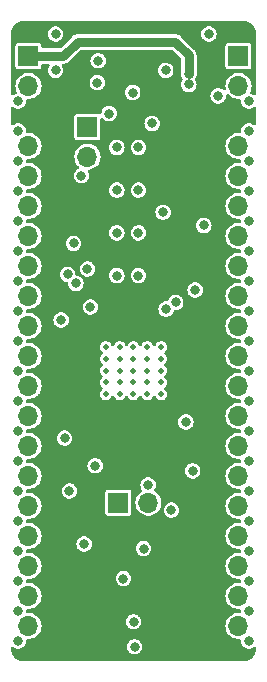
<source format=gbr>
%TF.GenerationSoftware,KiCad,Pcbnew,7.0.2-6a45011f42~172~ubuntu20.04.1*%
%TF.CreationDate,2023-04-23T13:30:35+07:00*%
%TF.ProjectId,EZ-USB-FX2LP-micro,455a2d55-5342-42d4-9658-324c502d6d69,rev?*%
%TF.SameCoordinates,Original*%
%TF.FileFunction,Copper,L3,Inr*%
%TF.FilePolarity,Positive*%
%FSLAX46Y46*%
G04 Gerber Fmt 4.6, Leading zero omitted, Abs format (unit mm)*
G04 Created by KiCad (PCBNEW 7.0.2-6a45011f42~172~ubuntu20.04.1) date 2023-04-23 13:30:35*
%MOMM*%
%LPD*%
G01*
G04 APERTURE LIST*
%TA.AperFunction,ComponentPad*%
%ADD10C,0.500000*%
%TD*%
%TA.AperFunction,ComponentPad*%
%ADD11R,1.700000X1.700000*%
%TD*%
%TA.AperFunction,ComponentPad*%
%ADD12O,1.700000X1.700000*%
%TD*%
%TA.AperFunction,ViaPad*%
%ADD13C,0.800000*%
%TD*%
%TA.AperFunction,Conductor*%
%ADD14C,0.800000*%
%TD*%
G04 APERTURE END LIST*
D10*
%TO.N,GND*%
%TO.C,U1*%
X148412400Y-105486200D03*
X147237400Y-105486200D03*
X146062400Y-105486200D03*
X144887400Y-105486200D03*
X143712400Y-105486200D03*
X148412400Y-106486200D03*
X147237400Y-106486200D03*
X146062400Y-106486200D03*
X144887400Y-106486200D03*
X143712400Y-106486200D03*
X148412400Y-107486200D03*
X147237400Y-107486200D03*
X146062400Y-107486200D03*
X144887400Y-107486200D03*
X143712400Y-107486200D03*
X148412400Y-108486200D03*
X147237400Y-108486200D03*
X146062400Y-108486200D03*
X144887400Y-108486200D03*
X143712400Y-108486200D03*
X148412400Y-109486200D03*
X147237400Y-109486200D03*
X146062400Y-109486200D03*
X144887400Y-109486200D03*
X143712400Y-109486200D03*
%TD*%
D11*
%TO.N,Net-(J2-Pin_1)*%
%TO.C,J2*%
X144787400Y-118668800D03*
D12*
%TO.N,/SDA*%
X147327400Y-118668800D03*
%TD*%
D11*
%TO.N,GND*%
%TO.C,J3*%
X142169200Y-86842600D03*
D12*
%TO.N,Net-(D2-K)*%
X142169200Y-89382600D03*
%TD*%
D11*
%TO.N,+5V*%
%TO.C,J1*%
X137172400Y-80846600D03*
D12*
%TO.N,GND*%
X137172400Y-83386600D03*
%TO.N,+3V3*%
X137172400Y-85926600D03*
%TO.N,/IFCLK*%
X137172400Y-88466600D03*
%TO.N,/SCL*%
X137172400Y-91006600D03*
%TO.N,/SDA*%
X137172400Y-93546600D03*
%TO.N,/PB0*%
X137172400Y-96086600D03*
%TO.N,/PB1*%
X137172400Y-98626600D03*
%TO.N,/PB2*%
X137172400Y-101166600D03*
%TO.N,/PB3*%
X137172400Y-103706600D03*
%TO.N,/PB4*%
X137172400Y-106246600D03*
%TO.N,/PB5*%
X137172400Y-108786600D03*
%TO.N,/PB6*%
X137172400Y-111326600D03*
%TO.N,/PB7*%
X137172400Y-113866600D03*
%TO.N,/CTL0*%
X137172400Y-116406600D03*
%TO.N,/CTL1*%
X137172400Y-118946600D03*
%TO.N,/CTL2*%
X137172400Y-121486600D03*
%TO.N,/PA0*%
X137172400Y-124026600D03*
%TO.N,/PA1*%
X137172400Y-126566600D03*
%TO.N,/PA2*%
X137172400Y-129106600D03*
%TD*%
D11*
%TO.N,+5V*%
%TO.C,J7*%
X154952400Y-80846600D03*
D12*
%TO.N,GND*%
X154952400Y-83386600D03*
%TO.N,+3V3*%
X154952400Y-85926600D03*
%TO.N,/RDY1*%
X154952400Y-88466600D03*
%TO.N,/RDY0*%
X154952400Y-91006600D03*
%TO.N,/CLKOUT*%
X154952400Y-93546600D03*
%TO.N,/PD7*%
X154952400Y-96086600D03*
%TO.N,/PD6*%
X154952400Y-98626600D03*
%TO.N,/PD5*%
X154952400Y-101166600D03*
%TO.N,/PD4*%
X154952400Y-103706600D03*
%TO.N,/PD3*%
X154952400Y-106246600D03*
%TO.N,/PD2*%
X154952400Y-108786600D03*
%TO.N,/PD1*%
X154952400Y-111326600D03*
%TO.N,/PD0*%
X154952400Y-113866600D03*
%TO.N,/~{RESET}*%
X154952400Y-116406600D03*
%TO.N,/PA7*%
X154952400Y-118946600D03*
%TO.N,/PA6*%
X154952400Y-121486600D03*
%TO.N,/PA5*%
X154952400Y-124026600D03*
%TO.N,/PA4*%
X154952400Y-126566600D03*
%TO.N,/PA3*%
X154952400Y-129106600D03*
%TD*%
D13*
%TO.N,GND*%
X136296400Y-102438200D03*
X142417800Y-102108000D03*
X136296400Y-92278200D03*
X136296400Y-94818200D03*
X155829000Y-112598200D03*
X155829000Y-125298200D03*
X144653000Y-99441000D03*
X136296400Y-104978200D03*
X145999200Y-83947000D03*
X155829000Y-110058200D03*
X152019000Y-95199200D03*
X136296400Y-117678200D03*
X139928600Y-103200200D03*
X136296400Y-89738200D03*
X144653000Y-95825732D03*
X144653000Y-88595200D03*
X155829000Y-89738200D03*
X146481800Y-95825732D03*
X155829000Y-94818200D03*
X155829000Y-87198200D03*
X155829000Y-117678200D03*
X136296400Y-107518200D03*
X155829000Y-104978200D03*
X152450800Y-78994000D03*
X136296400Y-112598200D03*
X151282400Y-100660200D03*
X136296400Y-87198200D03*
X148564600Y-94081600D03*
X136296400Y-122758200D03*
X155829000Y-92278200D03*
X136296400Y-130378200D03*
X148793200Y-82067400D03*
X147650200Y-86563200D03*
X140639800Y-117678200D03*
X146913600Y-122555000D03*
X143078200Y-81254600D03*
X155829000Y-107518200D03*
X136296400Y-125298200D03*
X144653000Y-92210466D03*
X146481800Y-99441000D03*
X136296400Y-97358200D03*
X136296400Y-84658200D03*
X146075400Y-128752600D03*
X155829000Y-120218200D03*
X141884400Y-122174000D03*
X136296400Y-110058200D03*
X143992600Y-85725000D03*
X146481800Y-88595200D03*
X140233400Y-113207800D03*
X149275800Y-119303800D03*
X153238200Y-84226400D03*
X136296400Y-115138200D03*
X139471400Y-78994000D03*
X151079200Y-115976400D03*
X155829000Y-102438200D03*
X155829000Y-84658200D03*
X155829000Y-127838200D03*
X142824200Y-115544600D03*
X143002000Y-83108800D03*
X155829000Y-115138200D03*
X139471400Y-82067400D03*
X155829000Y-122758200D03*
X155829000Y-99898200D03*
X136296400Y-120218200D03*
X136296400Y-127838200D03*
X136296400Y-99898200D03*
X142163800Y-98882200D03*
X155829000Y-130378200D03*
X150495000Y-111836200D03*
X155829000Y-97358200D03*
X146481800Y-92210466D03*
X145211800Y-125095000D03*
%TO.N,+3V3*%
X140843000Y-123190000D03*
X144313482Y-110550920D03*
X152501600Y-113131600D03*
X144297400Y-104495600D03*
X151511000Y-126060200D03*
X151790400Y-89916000D03*
X151790400Y-90728800D03*
X149098000Y-104736200D03*
X150733001Y-114493799D03*
X150241000Y-120370600D03*
%TO.N,+5V*%
X150749000Y-83261200D03*
X150749000Y-82397600D03*
%TO.N,/~{RESET}*%
X146151600Y-130869000D03*
%TO.N,/SDA*%
X140491400Y-99339400D03*
%TO.N,/SCL*%
X147294600Y-117170200D03*
X141191400Y-100101400D03*
%TO.N,/PA0*%
X141655800Y-90982800D03*
%TO.N,/PA1*%
X140995400Y-96723200D03*
%TO.N,/RDY0*%
X149642232Y-101719553D03*
%TO.N,/RDY1*%
X148818600Y-102285800D03*
%TD*%
D14*
%TO.N,+5V*%
X150749000Y-82397600D02*
X150749000Y-80797400D01*
X149606000Y-79654400D02*
X141325600Y-79654400D01*
X150749000Y-80797400D02*
X149606000Y-79654400D01*
X141325600Y-79654400D02*
X140133400Y-80846600D01*
X140133400Y-80846600D02*
X137172400Y-80846600D01*
%TD*%
%TA.AperFunction,Conductor*%
%TO.N,+3V3*%
G36*
X155413794Y-77875571D02*
G01*
X155453953Y-77879085D01*
X155575717Y-77891078D01*
X155587732Y-77892860D01*
X155605946Y-77896483D01*
X155613786Y-77898311D01*
X155668751Y-77913038D01*
X155672497Y-77914108D01*
X155765793Y-77942408D01*
X155782173Y-77948677D01*
X155849120Y-77979894D01*
X155855140Y-77982904D01*
X155935923Y-78026084D01*
X155948577Y-78033856D01*
X156010764Y-78077400D01*
X156018299Y-78083118D01*
X156087698Y-78140073D01*
X156096714Y-78148245D01*
X156150752Y-78202283D01*
X156158918Y-78211292D01*
X156215893Y-78280715D01*
X156221603Y-78288241D01*
X156265133Y-78350408D01*
X156272916Y-78363079D01*
X156316094Y-78443860D01*
X156319118Y-78449908D01*
X156350315Y-78516809D01*
X156356594Y-78533219D01*
X156384875Y-78626451D01*
X156385989Y-78630354D01*
X156400676Y-78685169D01*
X156402517Y-78693062D01*
X156406134Y-78711240D01*
X156407921Y-78723285D01*
X156419923Y-78845147D01*
X156423431Y-78885240D01*
X156423900Y-78896003D01*
X156423900Y-84040660D01*
X156404215Y-84107699D01*
X156351411Y-84153454D01*
X156282253Y-84163398D01*
X156218697Y-84134373D01*
X156217764Y-84133556D01*
X156201240Y-84118917D01*
X156061365Y-84045504D01*
X156061364Y-84045503D01*
X156061363Y-84045503D01*
X156026738Y-84036969D01*
X155966357Y-84001813D01*
X155934568Y-83939594D01*
X155941464Y-83870065D01*
X155945406Y-83861312D01*
X155982982Y-83785850D01*
X156038797Y-83589683D01*
X156057615Y-83386600D01*
X156038797Y-83183517D01*
X155982982Y-82987350D01*
X155965371Y-82951982D01*
X155892075Y-82804781D01*
X155769163Y-82642019D01*
X155618441Y-82504618D01*
X155445038Y-82397252D01*
X155254857Y-82323576D01*
X155188029Y-82311083D01*
X155054376Y-82286100D01*
X154850424Y-82286100D01*
X154750183Y-82304838D01*
X154649942Y-82323576D01*
X154459761Y-82397252D01*
X154286358Y-82504618D01*
X154135636Y-82642019D01*
X154012724Y-82804781D01*
X153921818Y-82987348D01*
X153866002Y-83183516D01*
X153847185Y-83386600D01*
X153866002Y-83589682D01*
X153873073Y-83614533D01*
X153872485Y-83684400D01*
X153834218Y-83742859D01*
X153770420Y-83771348D01*
X153701348Y-83760823D01*
X153671584Y-83741285D01*
X153610440Y-83687117D01*
X153472145Y-83614533D01*
X153470564Y-83613703D01*
X153317185Y-83575900D01*
X153159215Y-83575900D01*
X153005835Y-83613703D01*
X152865961Y-83687116D01*
X152747715Y-83791871D01*
X152657980Y-83921876D01*
X152601963Y-84069581D01*
X152582921Y-84226400D01*
X152601963Y-84383218D01*
X152657980Y-84530923D01*
X152747715Y-84660928D01*
X152747716Y-84660929D01*
X152747717Y-84660930D01*
X152865960Y-84765683D01*
X153005835Y-84839096D01*
X153159215Y-84876900D01*
X153317185Y-84876900D01*
X153470565Y-84839096D01*
X153610440Y-84765683D01*
X153728683Y-84660930D01*
X153818420Y-84530923D01*
X153874437Y-84383218D01*
X153893478Y-84226400D01*
X153888822Y-84188059D01*
X153900282Y-84119139D01*
X153947184Y-84067352D01*
X154014640Y-84049144D01*
X154081231Y-84070295D01*
X154110872Y-84098387D01*
X154135636Y-84131179D01*
X154286358Y-84268581D01*
X154423794Y-84353677D01*
X154459763Y-84375948D01*
X154649944Y-84449624D01*
X154850424Y-84487100D01*
X154850426Y-84487100D01*
X155054530Y-84487100D01*
X155121569Y-84506785D01*
X155167324Y-84559589D01*
X155177626Y-84626047D01*
X155173721Y-84658199D01*
X155192763Y-84815018D01*
X155248780Y-84962723D01*
X155338515Y-85092728D01*
X155338516Y-85092729D01*
X155338517Y-85092730D01*
X155456760Y-85197483D01*
X155596635Y-85270896D01*
X155750015Y-85308700D01*
X155907985Y-85308700D01*
X156061365Y-85270896D01*
X156201240Y-85197483D01*
X156217676Y-85182922D01*
X156280905Y-85153202D01*
X156350169Y-85162385D01*
X156403472Y-85207557D01*
X156423893Y-85274376D01*
X156423900Y-85275739D01*
X156423900Y-86580660D01*
X156404215Y-86647699D01*
X156351411Y-86693454D01*
X156282253Y-86703398D01*
X156218697Y-86674373D01*
X156217764Y-86673556D01*
X156201240Y-86658917D01*
X156104949Y-86608379D01*
X156061364Y-86585503D01*
X155907985Y-86547700D01*
X155750015Y-86547700D01*
X155596635Y-86585503D01*
X155456761Y-86658916D01*
X155338515Y-86763671D01*
X155248780Y-86893676D01*
X155192763Y-87041381D01*
X155173722Y-87198200D01*
X155177237Y-87227155D01*
X155165776Y-87296078D01*
X155118872Y-87347864D01*
X155054141Y-87366100D01*
X154850424Y-87366100D01*
X154750183Y-87384838D01*
X154649942Y-87403576D01*
X154459761Y-87477252D01*
X154286358Y-87584618D01*
X154135636Y-87722019D01*
X154012724Y-87884781D01*
X153921818Y-88067348D01*
X153866002Y-88263516D01*
X153847185Y-88466600D01*
X153866002Y-88669683D01*
X153921818Y-88865851D01*
X154012724Y-89048418D01*
X154135636Y-89211180D01*
X154286358Y-89348581D01*
X154423794Y-89433677D01*
X154459763Y-89455948D01*
X154649944Y-89529624D01*
X154850424Y-89567100D01*
X154850426Y-89567100D01*
X155054530Y-89567100D01*
X155121569Y-89586785D01*
X155167324Y-89639589D01*
X155177626Y-89706047D01*
X155173722Y-89738200D01*
X155177237Y-89767155D01*
X155165776Y-89836078D01*
X155118872Y-89887864D01*
X155054141Y-89906100D01*
X154850424Y-89906100D01*
X154750183Y-89924838D01*
X154649942Y-89943576D01*
X154459761Y-90017252D01*
X154286358Y-90124618D01*
X154135636Y-90262019D01*
X154012724Y-90424781D01*
X153921818Y-90607348D01*
X153866002Y-90803516D01*
X153847185Y-91006599D01*
X153866002Y-91209683D01*
X153921818Y-91405851D01*
X154012724Y-91588418D01*
X154135636Y-91751180D01*
X154286358Y-91888581D01*
X154423794Y-91973677D01*
X154459763Y-91995948D01*
X154649944Y-92069624D01*
X154850424Y-92107100D01*
X154850426Y-92107100D01*
X155054530Y-92107100D01*
X155121569Y-92126785D01*
X155167324Y-92179589D01*
X155177626Y-92246047D01*
X155173722Y-92278200D01*
X155177237Y-92307155D01*
X155165776Y-92376078D01*
X155118872Y-92427864D01*
X155054141Y-92446100D01*
X154850424Y-92446100D01*
X154750183Y-92464838D01*
X154649942Y-92483576D01*
X154459761Y-92557252D01*
X154286358Y-92664618D01*
X154135636Y-92802019D01*
X154012724Y-92964781D01*
X153921818Y-93147348D01*
X153866002Y-93343516D01*
X153847185Y-93546599D01*
X153866002Y-93749683D01*
X153921818Y-93945851D01*
X154012724Y-94128418D01*
X154135636Y-94291180D01*
X154286358Y-94428581D01*
X154459761Y-94535947D01*
X154459763Y-94535948D01*
X154649944Y-94609624D01*
X154850424Y-94647100D01*
X154850426Y-94647100D01*
X155054530Y-94647100D01*
X155121569Y-94666785D01*
X155167324Y-94719589D01*
X155177626Y-94786047D01*
X155173722Y-94818200D01*
X155177237Y-94847155D01*
X155165776Y-94916078D01*
X155118872Y-94967864D01*
X155054141Y-94986100D01*
X154850424Y-94986100D01*
X154750183Y-95004838D01*
X154649942Y-95023576D01*
X154459761Y-95097252D01*
X154286358Y-95204618D01*
X154135636Y-95342019D01*
X154012724Y-95504781D01*
X153921818Y-95687348D01*
X153866002Y-95883516D01*
X153847185Y-96086600D01*
X153866002Y-96289683D01*
X153921818Y-96485851D01*
X154012724Y-96668418D01*
X154135636Y-96831180D01*
X154286358Y-96968581D01*
X154423794Y-97053677D01*
X154459763Y-97075948D01*
X154649944Y-97149624D01*
X154850424Y-97187100D01*
X154850426Y-97187100D01*
X155054530Y-97187100D01*
X155121569Y-97206785D01*
X155167324Y-97259589D01*
X155177626Y-97326047D01*
X155173722Y-97358200D01*
X155177237Y-97387155D01*
X155165776Y-97456078D01*
X155118872Y-97507864D01*
X155054141Y-97526100D01*
X154850424Y-97526100D01*
X154750183Y-97544838D01*
X154649942Y-97563576D01*
X154459761Y-97637252D01*
X154286358Y-97744618D01*
X154135636Y-97882019D01*
X154012724Y-98044781D01*
X153921818Y-98227348D01*
X153866002Y-98423516D01*
X153847185Y-98626600D01*
X153866002Y-98829683D01*
X153921818Y-99025851D01*
X154012724Y-99208418D01*
X154135636Y-99371180D01*
X154286358Y-99508581D01*
X154459761Y-99615947D01*
X154459763Y-99615948D01*
X154649944Y-99689624D01*
X154850424Y-99727100D01*
X154850426Y-99727100D01*
X155054530Y-99727100D01*
X155121569Y-99746785D01*
X155167324Y-99799589D01*
X155177626Y-99866047D01*
X155173722Y-99898200D01*
X155177237Y-99927155D01*
X155165776Y-99996078D01*
X155118872Y-100047864D01*
X155054141Y-100066100D01*
X154850424Y-100066100D01*
X154750183Y-100084838D01*
X154649942Y-100103576D01*
X154459761Y-100177252D01*
X154286358Y-100284618D01*
X154135636Y-100422019D01*
X154012724Y-100584781D01*
X153921818Y-100767348D01*
X153866002Y-100963516D01*
X153847185Y-101166599D01*
X153866002Y-101369683D01*
X153921818Y-101565851D01*
X154012724Y-101748418D01*
X154135636Y-101911180D01*
X154286358Y-102048581D01*
X154456751Y-102154083D01*
X154459763Y-102155948D01*
X154649944Y-102229624D01*
X154850424Y-102267100D01*
X154850426Y-102267100D01*
X155054530Y-102267100D01*
X155121569Y-102286785D01*
X155167324Y-102339589D01*
X155177626Y-102406047D01*
X155173722Y-102438200D01*
X155177237Y-102467155D01*
X155165776Y-102536078D01*
X155118872Y-102587864D01*
X155054141Y-102606100D01*
X154850424Y-102606100D01*
X154750183Y-102624838D01*
X154649942Y-102643576D01*
X154459761Y-102717252D01*
X154286358Y-102824618D01*
X154135636Y-102962019D01*
X154012724Y-103124781D01*
X153921818Y-103307348D01*
X153866002Y-103503516D01*
X153847185Y-103706600D01*
X153866002Y-103909683D01*
X153921818Y-104105851D01*
X154012724Y-104288418D01*
X154135636Y-104451180D01*
X154286358Y-104588581D01*
X154423794Y-104673677D01*
X154459763Y-104695948D01*
X154649944Y-104769624D01*
X154850424Y-104807100D01*
X154850426Y-104807100D01*
X155054530Y-104807100D01*
X155121569Y-104826785D01*
X155167324Y-104879589D01*
X155177626Y-104946047D01*
X155173722Y-104978200D01*
X155177237Y-105007155D01*
X155165776Y-105076078D01*
X155118872Y-105127864D01*
X155054141Y-105146100D01*
X154850424Y-105146100D01*
X154750183Y-105164838D01*
X154649942Y-105183576D01*
X154459761Y-105257252D01*
X154286358Y-105364618D01*
X154135636Y-105502019D01*
X154012724Y-105664781D01*
X153921818Y-105847348D01*
X153866002Y-106043516D01*
X153847185Y-106246599D01*
X153866002Y-106449683D01*
X153921818Y-106645851D01*
X154012724Y-106828418D01*
X154135636Y-106991180D01*
X154286358Y-107128581D01*
X154422421Y-107212827D01*
X154459763Y-107235948D01*
X154649944Y-107309624D01*
X154850424Y-107347100D01*
X154850426Y-107347100D01*
X155054530Y-107347100D01*
X155121569Y-107366785D01*
X155167324Y-107419589D01*
X155177626Y-107486047D01*
X155173722Y-107518200D01*
X155177237Y-107547155D01*
X155165776Y-107616078D01*
X155118872Y-107667864D01*
X155054141Y-107686100D01*
X154850424Y-107686100D01*
X154750183Y-107704838D01*
X154649942Y-107723576D01*
X154459761Y-107797252D01*
X154286358Y-107904618D01*
X154135636Y-108042019D01*
X154012724Y-108204781D01*
X153921818Y-108387348D01*
X153866002Y-108583516D01*
X153847185Y-108786600D01*
X153866002Y-108989683D01*
X153921818Y-109185851D01*
X154012724Y-109368418D01*
X154135636Y-109531180D01*
X154286358Y-109668581D01*
X154433321Y-109759576D01*
X154459763Y-109775948D01*
X154649944Y-109849624D01*
X154850424Y-109887100D01*
X154850426Y-109887100D01*
X155054530Y-109887100D01*
X155121569Y-109906785D01*
X155167324Y-109959589D01*
X155177626Y-110026047D01*
X155173722Y-110058200D01*
X155177237Y-110087155D01*
X155165776Y-110156078D01*
X155118872Y-110207864D01*
X155054141Y-110226100D01*
X154850424Y-110226100D01*
X154750183Y-110244838D01*
X154649942Y-110263576D01*
X154459761Y-110337252D01*
X154286358Y-110444618D01*
X154135636Y-110582019D01*
X154012724Y-110744781D01*
X153921818Y-110927348D01*
X153866002Y-111123516D01*
X153847185Y-111326599D01*
X153866002Y-111529683D01*
X153921818Y-111725851D01*
X154012724Y-111908418D01*
X154135636Y-112071180D01*
X154286358Y-112208581D01*
X154386733Y-112270730D01*
X154459763Y-112315948D01*
X154649944Y-112389624D01*
X154850424Y-112427100D01*
X154850426Y-112427100D01*
X155054530Y-112427100D01*
X155121569Y-112446785D01*
X155167324Y-112499589D01*
X155177626Y-112566047D01*
X155173722Y-112598200D01*
X155177237Y-112627155D01*
X155165776Y-112696078D01*
X155118872Y-112747864D01*
X155054141Y-112766100D01*
X154850424Y-112766100D01*
X154750183Y-112784838D01*
X154649942Y-112803576D01*
X154459761Y-112877252D01*
X154286358Y-112984618D01*
X154135636Y-113122019D01*
X154012724Y-113284781D01*
X153921818Y-113467348D01*
X153866002Y-113663516D01*
X153847185Y-113866599D01*
X153866002Y-114069683D01*
X153921818Y-114265851D01*
X154012724Y-114448418D01*
X154135636Y-114611180D01*
X154286358Y-114748581D01*
X154423794Y-114833677D01*
X154459763Y-114855948D01*
X154649944Y-114929624D01*
X154850424Y-114967100D01*
X154850426Y-114967100D01*
X155054530Y-114967100D01*
X155121569Y-114986785D01*
X155167324Y-115039589D01*
X155177626Y-115106047D01*
X155173722Y-115138200D01*
X155177237Y-115167155D01*
X155165776Y-115236078D01*
X155118872Y-115287864D01*
X155054141Y-115306100D01*
X154850424Y-115306100D01*
X154750183Y-115324838D01*
X154649942Y-115343576D01*
X154459761Y-115417252D01*
X154286358Y-115524618D01*
X154135636Y-115662019D01*
X154012724Y-115824781D01*
X153921818Y-116007348D01*
X153866002Y-116203516D01*
X153847185Y-116406600D01*
X153866002Y-116609683D01*
X153921818Y-116805851D01*
X154012724Y-116988418D01*
X154135636Y-117151180D01*
X154286358Y-117288581D01*
X154423792Y-117373676D01*
X154459763Y-117395948D01*
X154649944Y-117469624D01*
X154850424Y-117507100D01*
X154850426Y-117507100D01*
X155054530Y-117507100D01*
X155121569Y-117526785D01*
X155167324Y-117579589D01*
X155177626Y-117646047D01*
X155173722Y-117678200D01*
X155177237Y-117707155D01*
X155165776Y-117776078D01*
X155118872Y-117827864D01*
X155054141Y-117846100D01*
X154850424Y-117846100D01*
X154750183Y-117864838D01*
X154649942Y-117883576D01*
X154459761Y-117957252D01*
X154286358Y-118064618D01*
X154135636Y-118202019D01*
X154012724Y-118364781D01*
X153921818Y-118547348D01*
X153866002Y-118743516D01*
X153847185Y-118946600D01*
X153866002Y-119149683D01*
X153921818Y-119345851D01*
X154012724Y-119528418D01*
X154135636Y-119691180D01*
X154286358Y-119828581D01*
X154459761Y-119935947D01*
X154459763Y-119935948D01*
X154649944Y-120009624D01*
X154850424Y-120047100D01*
X154850426Y-120047100D01*
X155054530Y-120047100D01*
X155121569Y-120066785D01*
X155167324Y-120119589D01*
X155177626Y-120186047D01*
X155173722Y-120218200D01*
X155177237Y-120247155D01*
X155165776Y-120316078D01*
X155118872Y-120367864D01*
X155054141Y-120386100D01*
X154850424Y-120386100D01*
X154750183Y-120404838D01*
X154649942Y-120423576D01*
X154459761Y-120497252D01*
X154286358Y-120604618D01*
X154135636Y-120742019D01*
X154012724Y-120904781D01*
X153921818Y-121087348D01*
X153866002Y-121283516D01*
X153847185Y-121486599D01*
X153866002Y-121689683D01*
X153921818Y-121885851D01*
X154012724Y-122068418D01*
X154135636Y-122231180D01*
X154286358Y-122368581D01*
X154334166Y-122398182D01*
X154459763Y-122475948D01*
X154649944Y-122549624D01*
X154850424Y-122587100D01*
X154850426Y-122587100D01*
X155054530Y-122587100D01*
X155121569Y-122606785D01*
X155167324Y-122659589D01*
X155177626Y-122726047D01*
X155173722Y-122758200D01*
X155177237Y-122787155D01*
X155165776Y-122856078D01*
X155118872Y-122907864D01*
X155054141Y-122926100D01*
X154850424Y-122926100D01*
X154750183Y-122944838D01*
X154649942Y-122963576D01*
X154459761Y-123037252D01*
X154286358Y-123144618D01*
X154135636Y-123282019D01*
X154012724Y-123444781D01*
X153921818Y-123627348D01*
X153866002Y-123823516D01*
X153847185Y-124026600D01*
X153866002Y-124229683D01*
X153921818Y-124425851D01*
X154012724Y-124608418D01*
X154135636Y-124771180D01*
X154286358Y-124908581D01*
X154334166Y-124938182D01*
X154459763Y-125015948D01*
X154649944Y-125089624D01*
X154850424Y-125127100D01*
X154850426Y-125127100D01*
X155054530Y-125127100D01*
X155121569Y-125146785D01*
X155167324Y-125199589D01*
X155177626Y-125266047D01*
X155173722Y-125298200D01*
X155177237Y-125327155D01*
X155165776Y-125396078D01*
X155118872Y-125447864D01*
X155054141Y-125466100D01*
X154850424Y-125466100D01*
X154750183Y-125484837D01*
X154649942Y-125503576D01*
X154459761Y-125577252D01*
X154286358Y-125684618D01*
X154135636Y-125822019D01*
X154012724Y-125984781D01*
X153921818Y-126167348D01*
X153866002Y-126363516D01*
X153847185Y-126566599D01*
X153866002Y-126769683D01*
X153921818Y-126965851D01*
X154012724Y-127148418D01*
X154135636Y-127311180D01*
X154286358Y-127448581D01*
X154423794Y-127533677D01*
X154459763Y-127555948D01*
X154649944Y-127629624D01*
X154850424Y-127667100D01*
X154850426Y-127667100D01*
X155054530Y-127667100D01*
X155121569Y-127686785D01*
X155167324Y-127739589D01*
X155177626Y-127806047D01*
X155173722Y-127838200D01*
X155177237Y-127867155D01*
X155165776Y-127936078D01*
X155118872Y-127987864D01*
X155054141Y-128006100D01*
X154850424Y-128006100D01*
X154750183Y-128024837D01*
X154649942Y-128043576D01*
X154459761Y-128117252D01*
X154286358Y-128224618D01*
X154135636Y-128362019D01*
X154012724Y-128524781D01*
X153921818Y-128707348D01*
X153866002Y-128903516D01*
X153847185Y-129106600D01*
X153866002Y-129309683D01*
X153921818Y-129505851D01*
X154012724Y-129688418D01*
X154135636Y-129851180D01*
X154286358Y-129988581D01*
X154423794Y-130073677D01*
X154459763Y-130095948D01*
X154649944Y-130169624D01*
X154850424Y-130207100D01*
X154850426Y-130207100D01*
X155054530Y-130207100D01*
X155121569Y-130226785D01*
X155167324Y-130279589D01*
X155177626Y-130346047D01*
X155173721Y-130378199D01*
X155192763Y-130535018D01*
X155248780Y-130682723D01*
X155338515Y-130812728D01*
X155338516Y-130812729D01*
X155338517Y-130812730D01*
X155456760Y-130917483D01*
X155596635Y-130990896D01*
X155750015Y-131028700D01*
X155907985Y-131028700D01*
X156061365Y-130990896D01*
X156201240Y-130917483D01*
X156217676Y-130902922D01*
X156280905Y-130873202D01*
X156350169Y-130882385D01*
X156403472Y-130927557D01*
X156423893Y-130994376D01*
X156423900Y-130995739D01*
X156423900Y-131057185D01*
X156423428Y-131067994D01*
X156419923Y-131108050D01*
X156407921Y-131229912D01*
X156406135Y-131241947D01*
X156402516Y-131260137D01*
X156400675Y-131268035D01*
X156385984Y-131322861D01*
X156384870Y-131326761D01*
X156356595Y-131419975D01*
X156350316Y-131436386D01*
X156319118Y-131503290D01*
X156316094Y-131509339D01*
X156272915Y-131590120D01*
X156265133Y-131602788D01*
X156221609Y-131664948D01*
X156215886Y-131672492D01*
X156158920Y-131741904D01*
X156150748Y-131750919D01*
X156096719Y-131804948D01*
X156087704Y-131813120D01*
X156018292Y-131870086D01*
X156010748Y-131875809D01*
X155948588Y-131919333D01*
X155935920Y-131927115D01*
X155855139Y-131970294D01*
X155849090Y-131973318D01*
X155782186Y-132004516D01*
X155765775Y-132010795D01*
X155672561Y-132039070D01*
X155668661Y-132040184D01*
X155613835Y-132054875D01*
X155605936Y-132056717D01*
X155587750Y-132060335D01*
X155575709Y-132062121D01*
X155453850Y-132074123D01*
X155439626Y-132075368D01*
X155413760Y-132077631D01*
X155402995Y-132078100D01*
X136721814Y-132078100D01*
X136711006Y-132077628D01*
X136670947Y-132074123D01*
X136549080Y-132062120D01*
X136537047Y-132060335D01*
X136518866Y-132056718D01*
X136510969Y-132054876D01*
X136456154Y-132040189D01*
X136452251Y-132039075D01*
X136359019Y-132010794D01*
X136342609Y-132004515D01*
X136275708Y-131973318D01*
X136269660Y-131970294D01*
X136188879Y-131927116D01*
X136176208Y-131919333D01*
X136114041Y-131875803D01*
X136106522Y-131870098D01*
X136037091Y-131813117D01*
X136028083Y-131804952D01*
X135974045Y-131750914D01*
X135965873Y-131741898D01*
X135908918Y-131672499D01*
X135903196Y-131664958D01*
X135903189Y-131664948D01*
X135859656Y-131602777D01*
X135851884Y-131590123D01*
X135808704Y-131509339D01*
X135805694Y-131503320D01*
X135774477Y-131436373D01*
X135768208Y-131419993D01*
X135739908Y-131326697D01*
X135738838Y-131322951D01*
X135724111Y-131267986D01*
X135722284Y-131260151D01*
X135718659Y-131241925D01*
X135716879Y-131229925D01*
X135704876Y-131108050D01*
X135701368Y-131067958D01*
X135700900Y-131057199D01*
X135700900Y-130995208D01*
X135720585Y-130928169D01*
X135773389Y-130882414D01*
X135842547Y-130872470D01*
X135906103Y-130901495D01*
X135907001Y-130902282D01*
X135924160Y-130917483D01*
X136064035Y-130990896D01*
X136217415Y-131028700D01*
X136375385Y-131028700D01*
X136528765Y-130990896D01*
X136668640Y-130917483D01*
X136723368Y-130868999D01*
X145496321Y-130868999D01*
X145515363Y-131025818D01*
X145571380Y-131173523D01*
X145661115Y-131303528D01*
X145661116Y-131303529D01*
X145661117Y-131303530D01*
X145779360Y-131408283D01*
X145919235Y-131481696D01*
X146072615Y-131519500D01*
X146230585Y-131519500D01*
X146383965Y-131481696D01*
X146523840Y-131408283D01*
X146642083Y-131303530D01*
X146731820Y-131173523D01*
X146787837Y-131025818D01*
X146806878Y-130869000D01*
X146787837Y-130712182D01*
X146731820Y-130564477D01*
X146642083Y-130434470D01*
X146523840Y-130329717D01*
X146510594Y-130322764D01*
X146383964Y-130256303D01*
X146230585Y-130218500D01*
X146072615Y-130218500D01*
X145919235Y-130256303D01*
X145779361Y-130329716D01*
X145661115Y-130434471D01*
X145571380Y-130564476D01*
X145515363Y-130712181D01*
X145496321Y-130868999D01*
X136723368Y-130868999D01*
X136786883Y-130812730D01*
X136876620Y-130682723D01*
X136932637Y-130535018D01*
X136951678Y-130378200D01*
X136947773Y-130346047D01*
X136959234Y-130277123D01*
X137006138Y-130225337D01*
X137070870Y-130207100D01*
X137274374Y-130207100D01*
X137274376Y-130207100D01*
X137474856Y-130169624D01*
X137665037Y-130095948D01*
X137838441Y-129988581D01*
X137963535Y-129874543D01*
X137989163Y-129851180D01*
X138006895Y-129827699D01*
X138112073Y-129688421D01*
X138112073Y-129688419D01*
X138112075Y-129688418D01*
X138165413Y-129581300D01*
X138202982Y-129505850D01*
X138258797Y-129309683D01*
X138277615Y-129106600D01*
X138258797Y-128903517D01*
X138215857Y-128752599D01*
X145420121Y-128752599D01*
X145439163Y-128909418D01*
X145495180Y-129057123D01*
X145584915Y-129187128D01*
X145584916Y-129187129D01*
X145584917Y-129187130D01*
X145703160Y-129291883D01*
X145843035Y-129365296D01*
X145996415Y-129403100D01*
X146154385Y-129403100D01*
X146307765Y-129365296D01*
X146447640Y-129291883D01*
X146565883Y-129187130D01*
X146655620Y-129057123D01*
X146711637Y-128909418D01*
X146730678Y-128752600D01*
X146711637Y-128595782D01*
X146655620Y-128448077D01*
X146595857Y-128361495D01*
X146565884Y-128318071D01*
X146460396Y-128224618D01*
X146447640Y-128213317D01*
X146434394Y-128206364D01*
X146307764Y-128139903D01*
X146154385Y-128102100D01*
X145996415Y-128102100D01*
X145843035Y-128139903D01*
X145703161Y-128213316D01*
X145584915Y-128318071D01*
X145495180Y-128448076D01*
X145439163Y-128595781D01*
X145420121Y-128752599D01*
X138215857Y-128752599D01*
X138202982Y-128707350D01*
X138166765Y-128634616D01*
X138112075Y-128524781D01*
X137989163Y-128362019D01*
X137838441Y-128224618D01*
X137665038Y-128117252D01*
X137474857Y-128043576D01*
X137408029Y-128031083D01*
X137274376Y-128006100D01*
X137071259Y-128006100D01*
X137004220Y-127986415D01*
X136958465Y-127933611D01*
X136948163Y-127867155D01*
X136951678Y-127838200D01*
X136947774Y-127806047D01*
X136959234Y-127737123D01*
X137006138Y-127685337D01*
X137070870Y-127667100D01*
X137274374Y-127667100D01*
X137274376Y-127667100D01*
X137474856Y-127629624D01*
X137665037Y-127555948D01*
X137838441Y-127448581D01*
X137963535Y-127334543D01*
X137989163Y-127311180D01*
X138006895Y-127287699D01*
X138112073Y-127148421D01*
X138112073Y-127148419D01*
X138112075Y-127148418D01*
X138165413Y-127041300D01*
X138202982Y-126965850D01*
X138258797Y-126769683D01*
X138277615Y-126566600D01*
X138258797Y-126363517D01*
X138202982Y-126167350D01*
X138166765Y-126094616D01*
X138112075Y-125984781D01*
X137989163Y-125822019D01*
X137838441Y-125684618D01*
X137665038Y-125577252D01*
X137474857Y-125503576D01*
X137408029Y-125491083D01*
X137274376Y-125466100D01*
X137071259Y-125466100D01*
X137004220Y-125446415D01*
X136958465Y-125393611D01*
X136948163Y-125327155D01*
X136951678Y-125298200D01*
X136947774Y-125266047D01*
X136959234Y-125197123D01*
X137006138Y-125145337D01*
X137070870Y-125127100D01*
X137274374Y-125127100D01*
X137274376Y-125127100D01*
X137446102Y-125094999D01*
X144556521Y-125094999D01*
X144575563Y-125251818D01*
X144631580Y-125399523D01*
X144721315Y-125529528D01*
X144721316Y-125529529D01*
X144721317Y-125529530D01*
X144839560Y-125634283D01*
X144979435Y-125707696D01*
X145132815Y-125745500D01*
X145290785Y-125745500D01*
X145444165Y-125707696D01*
X145584040Y-125634283D01*
X145702283Y-125529530D01*
X145792020Y-125399523D01*
X145848037Y-125251818D01*
X145867078Y-125095000D01*
X145848037Y-124938182D01*
X145792020Y-124790477D01*
X145713761Y-124677099D01*
X145702284Y-124660471D01*
X145643531Y-124608421D01*
X145584040Y-124555717D01*
X145570794Y-124548764D01*
X145444164Y-124482303D01*
X145290785Y-124444500D01*
X145132815Y-124444500D01*
X144979435Y-124482303D01*
X144839561Y-124555716D01*
X144721315Y-124660471D01*
X144631580Y-124790476D01*
X144575563Y-124938181D01*
X144556521Y-125094999D01*
X137446102Y-125094999D01*
X137474856Y-125089624D01*
X137665037Y-125015948D01*
X137838441Y-124908581D01*
X137963535Y-124794543D01*
X137989163Y-124771180D01*
X138006895Y-124747699D01*
X138112073Y-124608421D01*
X138112073Y-124608419D01*
X138112075Y-124608418D01*
X138193695Y-124444500D01*
X138202982Y-124425850D01*
X138258797Y-124229683D01*
X138277615Y-124026600D01*
X138258797Y-123823517D01*
X138202982Y-123627350D01*
X138166765Y-123554616D01*
X138112075Y-123444781D01*
X137989163Y-123282019D01*
X137838441Y-123144618D01*
X137665038Y-123037252D01*
X137474857Y-122963576D01*
X137408029Y-122951083D01*
X137274376Y-122926100D01*
X137071259Y-122926100D01*
X137004220Y-122906415D01*
X136958465Y-122853611D01*
X136948163Y-122787155D01*
X136951678Y-122758200D01*
X136947774Y-122726047D01*
X136959234Y-122657123D01*
X137006138Y-122605337D01*
X137070870Y-122587100D01*
X137274374Y-122587100D01*
X137274376Y-122587100D01*
X137474856Y-122549624D01*
X137665037Y-122475948D01*
X137838441Y-122368581D01*
X137963535Y-122254543D01*
X137989163Y-122231180D01*
X138006895Y-122207699D01*
X138032343Y-122174000D01*
X141229121Y-122174000D01*
X141248163Y-122330818D01*
X141304180Y-122478523D01*
X141393915Y-122608528D01*
X141393916Y-122608529D01*
X141393917Y-122608530D01*
X141512160Y-122713283D01*
X141652035Y-122786696D01*
X141805415Y-122824500D01*
X141963385Y-122824500D01*
X142116765Y-122786696D01*
X142256640Y-122713283D01*
X142374883Y-122608530D01*
X142411833Y-122554999D01*
X146258321Y-122554999D01*
X146277363Y-122711818D01*
X146333380Y-122859523D01*
X146423115Y-122989528D01*
X146423116Y-122989529D01*
X146423117Y-122989530D01*
X146541360Y-123094283D01*
X146681235Y-123167696D01*
X146834615Y-123205500D01*
X146992585Y-123205500D01*
X147145965Y-123167696D01*
X147285840Y-123094283D01*
X147404083Y-122989530D01*
X147493820Y-122859523D01*
X147549837Y-122711818D01*
X147568878Y-122555000D01*
X147549837Y-122398182D01*
X147493820Y-122250477D01*
X147415561Y-122137099D01*
X147404084Y-122120471D01*
X147345331Y-122068421D01*
X147285840Y-122015717D01*
X147272594Y-122008765D01*
X147145964Y-121942303D01*
X146992585Y-121904500D01*
X146834615Y-121904500D01*
X146681235Y-121942303D01*
X146541361Y-122015716D01*
X146423115Y-122120471D01*
X146333380Y-122250476D01*
X146277363Y-122398181D01*
X146258321Y-122554999D01*
X142411833Y-122554999D01*
X142464620Y-122478523D01*
X142520637Y-122330818D01*
X142539678Y-122174000D01*
X142520637Y-122017182D01*
X142464620Y-121869477D01*
X142374883Y-121739470D01*
X142256640Y-121634717D01*
X142243394Y-121627764D01*
X142116764Y-121561303D01*
X141963385Y-121523500D01*
X141805415Y-121523500D01*
X141652035Y-121561303D01*
X141512161Y-121634716D01*
X141393915Y-121739471D01*
X141304180Y-121869476D01*
X141248163Y-122017181D01*
X141229121Y-122174000D01*
X138032343Y-122174000D01*
X138112073Y-122068421D01*
X138112073Y-122068419D01*
X138112075Y-122068418D01*
X138193695Y-121904500D01*
X138202982Y-121885850D01*
X138258797Y-121689683D01*
X138277615Y-121486600D01*
X138258797Y-121283517D01*
X138202982Y-121087350D01*
X138166765Y-121014616D01*
X138112075Y-120904781D01*
X137989163Y-120742019D01*
X137838441Y-120604618D01*
X137665038Y-120497252D01*
X137474857Y-120423576D01*
X137408029Y-120411083D01*
X137274376Y-120386100D01*
X137071259Y-120386100D01*
X137004220Y-120366415D01*
X136958465Y-120313611D01*
X136948163Y-120247155D01*
X136951678Y-120218200D01*
X136947774Y-120186047D01*
X136959234Y-120117123D01*
X137006138Y-120065337D01*
X137070870Y-120047100D01*
X137274374Y-120047100D01*
X137274376Y-120047100D01*
X137474856Y-120009624D01*
X137665037Y-119935948D01*
X137838441Y-119828581D01*
X137963535Y-119714543D01*
X137989163Y-119691180D01*
X138014108Y-119658148D01*
X138100706Y-119543474D01*
X143686900Y-119543474D01*
X143701433Y-119616538D01*
X143701433Y-119616539D01*
X143701434Y-119616540D01*
X143756799Y-119699401D01*
X143839660Y-119754766D01*
X143876192Y-119762033D01*
X143912725Y-119769300D01*
X143912726Y-119769300D01*
X145662075Y-119769300D01*
X145686429Y-119764455D01*
X145735140Y-119754766D01*
X145818001Y-119699401D01*
X145873366Y-119616540D01*
X145887900Y-119543474D01*
X145887900Y-118668800D01*
X146222185Y-118668800D01*
X146241002Y-118871883D01*
X146296818Y-119068051D01*
X146387724Y-119250618D01*
X146510636Y-119413380D01*
X146661358Y-119550781D01*
X146834761Y-119658147D01*
X146834763Y-119658148D01*
X147024944Y-119731824D01*
X147225424Y-119769300D01*
X147225426Y-119769300D01*
X147429374Y-119769300D01*
X147429376Y-119769300D01*
X147629856Y-119731824D01*
X147820037Y-119658148D01*
X147993441Y-119550781D01*
X148144164Y-119413379D01*
X148226914Y-119303800D01*
X148620521Y-119303800D01*
X148639563Y-119460618D01*
X148695580Y-119608323D01*
X148785315Y-119738328D01*
X148785316Y-119738329D01*
X148785317Y-119738330D01*
X148903560Y-119843083D01*
X149043435Y-119916496D01*
X149196815Y-119954300D01*
X149354785Y-119954300D01*
X149508165Y-119916496D01*
X149648040Y-119843083D01*
X149766283Y-119738330D01*
X149856020Y-119608323D01*
X149912037Y-119460618D01*
X149931078Y-119303800D01*
X149912037Y-119146982D01*
X149856020Y-118999277D01*
X149766283Y-118869270D01*
X149648040Y-118764517D01*
X149634794Y-118757565D01*
X149508164Y-118691103D01*
X149354785Y-118653300D01*
X149196815Y-118653300D01*
X149043435Y-118691103D01*
X148903561Y-118764516D01*
X148785315Y-118869271D01*
X148695580Y-118999276D01*
X148639563Y-119146981D01*
X148620521Y-119303800D01*
X148226914Y-119303800D01*
X148267073Y-119250621D01*
X148267073Y-119250619D01*
X148267075Y-119250618D01*
X148318679Y-119146981D01*
X148357982Y-119068050D01*
X148413797Y-118871883D01*
X148432615Y-118668800D01*
X148413797Y-118465717D01*
X148357982Y-118269550D01*
X148332056Y-118217483D01*
X148267075Y-118086981D01*
X148144163Y-117924219D01*
X147993443Y-117786820D01*
X147870221Y-117710524D01*
X147823586Y-117658496D01*
X147812482Y-117589514D01*
X147833447Y-117534661D01*
X147874820Y-117474723D01*
X147930837Y-117327018D01*
X147949878Y-117170200D01*
X147930837Y-117013382D01*
X147874820Y-116865677D01*
X147785083Y-116735670D01*
X147666840Y-116630917D01*
X147587158Y-116589096D01*
X147526964Y-116557503D01*
X147373585Y-116519700D01*
X147215615Y-116519700D01*
X147062235Y-116557503D01*
X146922361Y-116630916D01*
X146804115Y-116735671D01*
X146714380Y-116865676D01*
X146658363Y-117013381D01*
X146639321Y-117170199D01*
X146658363Y-117327018D01*
X146714380Y-117474725D01*
X146775391Y-117563115D01*
X146797274Y-117629469D01*
X146779808Y-117697121D01*
X146738619Y-117738980D01*
X146661360Y-117786817D01*
X146510636Y-117924219D01*
X146387724Y-118086981D01*
X146296818Y-118269548D01*
X146241002Y-118465716D01*
X146222185Y-118668800D01*
X145887900Y-118668800D01*
X145887900Y-117794126D01*
X145873366Y-117721060D01*
X145818001Y-117638199D01*
X145735140Y-117582834D01*
X145735139Y-117582833D01*
X145735138Y-117582833D01*
X145662075Y-117568300D01*
X145662074Y-117568300D01*
X143912726Y-117568300D01*
X143912725Y-117568300D01*
X143839661Y-117582833D01*
X143756799Y-117638199D01*
X143701433Y-117721061D01*
X143686900Y-117794125D01*
X143686900Y-119543474D01*
X138100706Y-119543474D01*
X138112073Y-119528421D01*
X138112073Y-119528419D01*
X138112075Y-119528418D01*
X138169357Y-119413379D01*
X138202982Y-119345850D01*
X138258797Y-119149683D01*
X138277615Y-118946600D01*
X138258797Y-118743517D01*
X138202982Y-118547350D01*
X138166765Y-118474616D01*
X138112075Y-118364781D01*
X137989163Y-118202019D01*
X137838441Y-118064618D01*
X137665038Y-117957252D01*
X137474857Y-117883576D01*
X137408029Y-117871083D01*
X137274376Y-117846100D01*
X137071259Y-117846100D01*
X137004220Y-117826415D01*
X136958465Y-117773611D01*
X136948163Y-117707155D01*
X136951678Y-117678200D01*
X139984521Y-117678200D01*
X140003563Y-117835018D01*
X140059580Y-117982723D01*
X140149315Y-118112728D01*
X140149316Y-118112729D01*
X140149317Y-118112730D01*
X140267560Y-118217483D01*
X140407435Y-118290896D01*
X140560815Y-118328700D01*
X140718785Y-118328700D01*
X140872165Y-118290896D01*
X141012040Y-118217483D01*
X141130283Y-118112730D01*
X141220020Y-117982723D01*
X141276037Y-117835018D01*
X141295078Y-117678200D01*
X141276037Y-117521382D01*
X141220020Y-117373677D01*
X141130283Y-117243670D01*
X141012040Y-117138917D01*
X140990666Y-117127699D01*
X140872164Y-117065503D01*
X140718785Y-117027700D01*
X140560815Y-117027700D01*
X140407435Y-117065503D01*
X140267561Y-117138916D01*
X140149315Y-117243671D01*
X140059580Y-117373676D01*
X140003563Y-117521381D01*
X139984521Y-117678200D01*
X136951678Y-117678200D01*
X136947774Y-117646047D01*
X136959234Y-117577123D01*
X137006138Y-117525337D01*
X137070870Y-117507100D01*
X137274374Y-117507100D01*
X137274376Y-117507100D01*
X137474856Y-117469624D01*
X137665037Y-117395948D01*
X137838441Y-117288581D01*
X137963535Y-117174543D01*
X137989163Y-117151180D01*
X137998424Y-117138917D01*
X138112073Y-116988421D01*
X138112073Y-116988419D01*
X138112075Y-116988418D01*
X138173192Y-116865676D01*
X138202982Y-116805850D01*
X138258797Y-116609683D01*
X138277615Y-116406600D01*
X138258797Y-116203517D01*
X138202982Y-116007350D01*
X138166765Y-115934616D01*
X138112075Y-115824781D01*
X137989163Y-115662019D01*
X137860359Y-115544599D01*
X142168921Y-115544599D01*
X142187963Y-115701418D01*
X142243980Y-115849123D01*
X142333715Y-115979128D01*
X142333716Y-115979129D01*
X142333717Y-115979130D01*
X142451960Y-116083883D01*
X142591835Y-116157296D01*
X142745215Y-116195100D01*
X142903185Y-116195100D01*
X143056565Y-116157296D01*
X143196440Y-116083883D01*
X143314683Y-115979130D01*
X143316568Y-115976399D01*
X150423921Y-115976399D01*
X150442963Y-116133218D01*
X150498980Y-116280923D01*
X150588715Y-116410928D01*
X150588716Y-116410929D01*
X150588717Y-116410930D01*
X150706960Y-116515683D01*
X150846835Y-116589096D01*
X151000215Y-116626900D01*
X151158185Y-116626900D01*
X151311565Y-116589096D01*
X151451440Y-116515683D01*
X151569683Y-116410930D01*
X151659420Y-116280923D01*
X151715437Y-116133218D01*
X151734478Y-115976400D01*
X151715437Y-115819582D01*
X151659420Y-115671877D01*
X151590984Y-115572730D01*
X151569684Y-115541871D01*
X151550209Y-115524618D01*
X151451440Y-115437117D01*
X151413591Y-115417252D01*
X151311564Y-115363703D01*
X151158185Y-115325900D01*
X151000215Y-115325900D01*
X150846835Y-115363703D01*
X150706961Y-115437116D01*
X150588715Y-115541871D01*
X150498980Y-115671876D01*
X150442963Y-115819581D01*
X150423921Y-115976399D01*
X143316568Y-115976399D01*
X143404420Y-115849123D01*
X143460437Y-115701418D01*
X143479478Y-115544600D01*
X143460437Y-115387782D01*
X143404420Y-115240077D01*
X143314683Y-115110070D01*
X143196440Y-115005317D01*
X143068729Y-114938288D01*
X143056564Y-114931903D01*
X142903185Y-114894100D01*
X142745215Y-114894100D01*
X142591835Y-114931903D01*
X142451961Y-115005316D01*
X142333715Y-115110071D01*
X142243980Y-115240076D01*
X142187963Y-115387781D01*
X142168921Y-115544599D01*
X137860359Y-115544599D01*
X137838441Y-115524618D01*
X137665038Y-115417252D01*
X137474857Y-115343576D01*
X137380297Y-115325900D01*
X137274376Y-115306100D01*
X137071259Y-115306100D01*
X137004220Y-115286415D01*
X136958465Y-115233611D01*
X136948163Y-115167155D01*
X136951678Y-115138200D01*
X136947774Y-115106047D01*
X136959234Y-115037123D01*
X137006138Y-114985337D01*
X137070870Y-114967100D01*
X137274374Y-114967100D01*
X137274376Y-114967100D01*
X137474856Y-114929624D01*
X137665037Y-114855948D01*
X137838441Y-114748581D01*
X137963535Y-114634543D01*
X137989163Y-114611180D01*
X138006895Y-114587699D01*
X138112073Y-114448421D01*
X138112073Y-114448419D01*
X138112075Y-114448418D01*
X138165413Y-114341300D01*
X138202982Y-114265850D01*
X138258797Y-114069683D01*
X138277615Y-113866600D01*
X138258797Y-113663517D01*
X138202982Y-113467350D01*
X138166765Y-113394616D01*
X138112075Y-113284781D01*
X138053941Y-113207799D01*
X139578121Y-113207799D01*
X139597163Y-113364618D01*
X139653180Y-113512323D01*
X139742915Y-113642328D01*
X139742916Y-113642329D01*
X139742917Y-113642330D01*
X139861160Y-113747083D01*
X140001035Y-113820496D01*
X140154415Y-113858300D01*
X140312385Y-113858300D01*
X140465765Y-113820496D01*
X140605640Y-113747083D01*
X140723883Y-113642330D01*
X140813620Y-113512323D01*
X140869637Y-113364618D01*
X140888678Y-113207800D01*
X140869637Y-113050982D01*
X140813620Y-112903277D01*
X140723883Y-112773270D01*
X140605640Y-112668517D01*
X140592394Y-112661565D01*
X140465764Y-112595103D01*
X140312385Y-112557300D01*
X140154415Y-112557300D01*
X140001035Y-112595103D01*
X139861161Y-112668516D01*
X139742915Y-112773271D01*
X139653180Y-112903276D01*
X139597163Y-113050981D01*
X139578121Y-113207799D01*
X138053941Y-113207799D01*
X137989163Y-113122019D01*
X137838441Y-112984618D01*
X137665038Y-112877252D01*
X137474857Y-112803576D01*
X137408029Y-112791083D01*
X137274376Y-112766100D01*
X137071259Y-112766100D01*
X137004220Y-112746415D01*
X136958465Y-112693611D01*
X136948163Y-112627155D01*
X136951678Y-112598200D01*
X136947774Y-112566047D01*
X136959234Y-112497123D01*
X137006138Y-112445337D01*
X137070870Y-112427100D01*
X137274374Y-112427100D01*
X137274376Y-112427100D01*
X137474856Y-112389624D01*
X137665037Y-112315948D01*
X137838441Y-112208581D01*
X137963535Y-112094543D01*
X137989163Y-112071180D01*
X138048188Y-111993018D01*
X138112073Y-111908421D01*
X138112073Y-111908419D01*
X138112075Y-111908418D01*
X138148035Y-111836200D01*
X149839721Y-111836200D01*
X149858763Y-111993018D01*
X149914780Y-112140723D01*
X150004515Y-112270728D01*
X150004516Y-112270729D01*
X150004517Y-112270730D01*
X150122760Y-112375483D01*
X150262635Y-112448896D01*
X150416015Y-112486700D01*
X150573985Y-112486700D01*
X150727365Y-112448896D01*
X150867240Y-112375483D01*
X150985483Y-112270730D01*
X151075220Y-112140723D01*
X151131237Y-111993018D01*
X151150278Y-111836200D01*
X151131237Y-111679382D01*
X151075220Y-111531677D01*
X150985483Y-111401670D01*
X150867240Y-111296917D01*
X150853994Y-111289965D01*
X150727364Y-111223503D01*
X150573985Y-111185700D01*
X150416015Y-111185700D01*
X150262635Y-111223503D01*
X150122761Y-111296916D01*
X150004515Y-111401671D01*
X149914780Y-111531676D01*
X149858763Y-111679381D01*
X149839721Y-111836200D01*
X138148035Y-111836200D01*
X138165413Y-111801300D01*
X138202982Y-111725850D01*
X138258797Y-111529683D01*
X138277615Y-111326600D01*
X138258797Y-111123517D01*
X138202982Y-110927350D01*
X138166765Y-110854616D01*
X138112075Y-110744781D01*
X137989163Y-110582019D01*
X137838441Y-110444618D01*
X137665038Y-110337252D01*
X137474857Y-110263576D01*
X137408029Y-110251083D01*
X137274376Y-110226100D01*
X137071259Y-110226100D01*
X137004220Y-110206415D01*
X136958465Y-110153611D01*
X136948163Y-110087155D01*
X136951678Y-110058200D01*
X136947774Y-110026047D01*
X136959234Y-109957123D01*
X137006138Y-109905337D01*
X137070870Y-109887100D01*
X137274374Y-109887100D01*
X137274376Y-109887100D01*
X137474856Y-109849624D01*
X137665037Y-109775948D01*
X137838441Y-109668581D01*
X137887706Y-109623670D01*
X137989163Y-109531180D01*
X138006895Y-109507699D01*
X138023130Y-109486200D01*
X143206753Y-109486200D01*
X143227234Y-109628657D01*
X143287023Y-109759574D01*
X143372559Y-109858288D01*
X143381272Y-109868343D01*
X143502347Y-109946153D01*
X143640439Y-109986700D01*
X143784361Y-109986700D01*
X143922453Y-109946153D01*
X144043528Y-109868343D01*
X144137777Y-109759573D01*
X144179332Y-109668581D01*
X144187106Y-109651559D01*
X144232861Y-109598755D01*
X144299900Y-109579071D01*
X144366940Y-109598756D01*
X144412694Y-109651559D01*
X144462023Y-109759574D01*
X144547559Y-109858288D01*
X144556272Y-109868343D01*
X144677347Y-109946153D01*
X144815439Y-109986700D01*
X144959361Y-109986700D01*
X145097453Y-109946153D01*
X145218528Y-109868343D01*
X145312777Y-109759573D01*
X145354332Y-109668581D01*
X145362106Y-109651559D01*
X145407861Y-109598755D01*
X145474900Y-109579071D01*
X145541940Y-109598756D01*
X145587694Y-109651559D01*
X145637023Y-109759574D01*
X145722559Y-109858288D01*
X145731272Y-109868343D01*
X145852347Y-109946153D01*
X145990439Y-109986700D01*
X146134361Y-109986700D01*
X146272453Y-109946153D01*
X146393528Y-109868343D01*
X146487777Y-109759573D01*
X146529332Y-109668581D01*
X146537106Y-109651559D01*
X146582861Y-109598755D01*
X146649900Y-109579071D01*
X146716940Y-109598756D01*
X146762694Y-109651559D01*
X146812023Y-109759574D01*
X146897559Y-109858288D01*
X146906272Y-109868343D01*
X147027347Y-109946153D01*
X147165439Y-109986700D01*
X147309361Y-109986700D01*
X147447453Y-109946153D01*
X147568528Y-109868343D01*
X147630691Y-109796603D01*
X147662775Y-109759576D01*
X147662775Y-109759574D01*
X147662777Y-109759573D01*
X147712107Y-109651556D01*
X147757859Y-109598756D01*
X147824899Y-109579071D01*
X147891938Y-109598755D01*
X147937693Y-109651558D01*
X147987024Y-109759575D01*
X148072559Y-109858288D01*
X148081272Y-109868343D01*
X148202347Y-109946153D01*
X148340439Y-109986700D01*
X148484361Y-109986700D01*
X148622453Y-109946153D01*
X148743528Y-109868343D01*
X148837777Y-109759573D01*
X148897565Y-109628657D01*
X148918047Y-109486200D01*
X148897565Y-109343743D01*
X148895670Y-109339594D01*
X148837776Y-109212825D01*
X148743529Y-109104057D01*
X148722458Y-109090516D01*
X148676702Y-109037713D01*
X148666758Y-108968555D01*
X148695782Y-108904999D01*
X148722458Y-108881884D01*
X148729090Y-108877621D01*
X148743528Y-108868343D01*
X148837777Y-108759573D01*
X148897565Y-108628657D01*
X148918047Y-108486200D01*
X148897565Y-108343743D01*
X148887105Y-108320840D01*
X148837776Y-108212825D01*
X148743529Y-108104057D01*
X148722458Y-108090516D01*
X148676702Y-108037713D01*
X148666758Y-107968555D01*
X148695782Y-107904999D01*
X148722458Y-107881884D01*
X148729090Y-107877621D01*
X148743528Y-107868343D01*
X148837777Y-107759573D01*
X148897565Y-107628657D01*
X148918047Y-107486200D01*
X148897565Y-107343743D01*
X148887105Y-107320840D01*
X148837776Y-107212825D01*
X148743529Y-107104057D01*
X148722458Y-107090516D01*
X148676702Y-107037713D01*
X148666758Y-106968555D01*
X148695782Y-106904999D01*
X148722458Y-106881884D01*
X148729090Y-106877621D01*
X148743528Y-106868343D01*
X148837777Y-106759573D01*
X148897565Y-106628657D01*
X148918047Y-106486200D01*
X148897565Y-106343743D01*
X148887105Y-106320840D01*
X148837776Y-106212825D01*
X148743529Y-106104057D01*
X148722458Y-106090516D01*
X148676702Y-106037713D01*
X148666758Y-105968555D01*
X148695782Y-105904999D01*
X148722458Y-105881884D01*
X148729090Y-105877621D01*
X148743528Y-105868343D01*
X148837777Y-105759573D01*
X148897565Y-105628657D01*
X148918047Y-105486200D01*
X148897565Y-105343743D01*
X148887105Y-105320840D01*
X148837776Y-105212825D01*
X148743529Y-105104058D01*
X148743528Y-105104057D01*
X148622453Y-105026247D01*
X148484361Y-104985700D01*
X148340439Y-104985700D01*
X148202347Y-105026247D01*
X148081270Y-105104058D01*
X147987024Y-105212824D01*
X147937693Y-105320841D01*
X147891937Y-105373644D01*
X147824897Y-105393328D01*
X147757858Y-105373643D01*
X147712105Y-105320840D01*
X147694697Y-105282723D01*
X147662777Y-105212827D01*
X147662776Y-105212826D01*
X147662776Y-105212825D01*
X147568529Y-105104058D01*
X147568528Y-105104057D01*
X147447453Y-105026247D01*
X147309361Y-104985700D01*
X147165439Y-104985700D01*
X147027347Y-105026247D01*
X146906270Y-105104058D01*
X146812023Y-105212825D01*
X146762694Y-105320840D01*
X146716939Y-105373644D01*
X146649899Y-105393328D01*
X146582860Y-105373643D01*
X146537106Y-105320840D01*
X146487776Y-105212825D01*
X146393529Y-105104058D01*
X146393528Y-105104057D01*
X146272453Y-105026247D01*
X146134361Y-104985700D01*
X145990439Y-104985700D01*
X145852347Y-105026247D01*
X145731270Y-105104058D01*
X145637023Y-105212825D01*
X145587694Y-105320840D01*
X145541939Y-105373644D01*
X145474899Y-105393328D01*
X145407860Y-105373643D01*
X145362106Y-105320840D01*
X145312776Y-105212825D01*
X145218529Y-105104058D01*
X145218528Y-105104057D01*
X145097453Y-105026247D01*
X144959361Y-104985700D01*
X144815439Y-104985700D01*
X144677347Y-105026247D01*
X144556270Y-105104058D01*
X144462024Y-105212824D01*
X144412693Y-105320841D01*
X144366937Y-105373644D01*
X144299897Y-105393328D01*
X144232858Y-105373643D01*
X144187105Y-105320840D01*
X144169697Y-105282723D01*
X144137777Y-105212827D01*
X144137776Y-105212826D01*
X144137776Y-105212825D01*
X144043529Y-105104058D01*
X144043528Y-105104057D01*
X143922453Y-105026247D01*
X143784361Y-104985700D01*
X143640439Y-104985700D01*
X143502347Y-105026247D01*
X143381270Y-105104058D01*
X143287023Y-105212825D01*
X143227234Y-105343742D01*
X143206753Y-105486200D01*
X143227234Y-105628657D01*
X143287023Y-105759574D01*
X143363082Y-105847351D01*
X143381272Y-105868343D01*
X143398406Y-105879354D01*
X143402342Y-105881884D01*
X143448097Y-105934688D01*
X143458041Y-106003847D01*
X143429016Y-106067402D01*
X143402342Y-106090516D01*
X143381270Y-106104058D01*
X143287023Y-106212825D01*
X143227234Y-106343742D01*
X143206753Y-106486199D01*
X143227234Y-106628657D01*
X143287023Y-106759574D01*
X143380715Y-106867700D01*
X143381272Y-106868343D01*
X143398406Y-106879354D01*
X143402342Y-106881884D01*
X143448097Y-106934688D01*
X143458041Y-107003847D01*
X143429016Y-107067402D01*
X143402342Y-107090516D01*
X143381270Y-107104058D01*
X143287023Y-107212825D01*
X143227234Y-107343742D01*
X143206753Y-107486199D01*
X143227234Y-107628657D01*
X143287023Y-107759574D01*
X143341742Y-107822723D01*
X143381272Y-107868343D01*
X143398406Y-107879354D01*
X143402342Y-107881884D01*
X143448097Y-107934688D01*
X143458041Y-108003847D01*
X143429016Y-108067402D01*
X143402342Y-108090516D01*
X143381270Y-108104058D01*
X143287023Y-108212825D01*
X143227234Y-108343742D01*
X143206753Y-108486200D01*
X143227234Y-108628657D01*
X143287023Y-108759574D01*
X143381270Y-108868341D01*
X143381272Y-108868343D01*
X143398406Y-108879354D01*
X143402342Y-108881884D01*
X143448097Y-108934688D01*
X143458041Y-109003847D01*
X143429016Y-109067402D01*
X143402342Y-109090516D01*
X143381270Y-109104058D01*
X143287023Y-109212825D01*
X143227234Y-109343742D01*
X143206753Y-109486200D01*
X138023130Y-109486200D01*
X138112073Y-109368421D01*
X138112073Y-109368419D01*
X138112075Y-109368418D01*
X138189550Y-109212825D01*
X138202982Y-109185850D01*
X138258797Y-108989683D01*
X138277615Y-108786600D01*
X138258797Y-108583517D01*
X138202982Y-108387350D01*
X138196157Y-108373643D01*
X138112075Y-108204781D01*
X137989163Y-108042019D01*
X137838441Y-107904618D01*
X137665038Y-107797252D01*
X137474857Y-107723576D01*
X137408029Y-107711083D01*
X137274376Y-107686100D01*
X137071259Y-107686100D01*
X137004220Y-107666415D01*
X136958465Y-107613611D01*
X136948163Y-107547155D01*
X136951678Y-107518200D01*
X136947774Y-107486047D01*
X136959234Y-107417123D01*
X137006138Y-107365337D01*
X137070870Y-107347100D01*
X137274374Y-107347100D01*
X137274376Y-107347100D01*
X137474856Y-107309624D01*
X137665037Y-107235948D01*
X137838441Y-107128581D01*
X137838440Y-107128581D01*
X137989163Y-106991180D01*
X137992924Y-106986200D01*
X138112073Y-106828421D01*
X138112073Y-106828419D01*
X138112075Y-106828418D01*
X138200139Y-106651559D01*
X138202982Y-106645850D01*
X138258797Y-106449683D01*
X138277615Y-106246600D01*
X138258797Y-106043517D01*
X138242488Y-105986199D01*
X138208955Y-105868343D01*
X138202982Y-105847350D01*
X138166765Y-105774616D01*
X138112075Y-105664781D01*
X137989163Y-105502019D01*
X137838441Y-105364618D01*
X137665038Y-105257252D01*
X137474857Y-105183576D01*
X137408029Y-105171083D01*
X137274376Y-105146100D01*
X137071259Y-105146100D01*
X137004220Y-105126415D01*
X136958465Y-105073611D01*
X136948163Y-105007155D01*
X136951678Y-104978200D01*
X136947774Y-104946047D01*
X136959234Y-104877123D01*
X137006138Y-104825337D01*
X137070870Y-104807100D01*
X137274374Y-104807100D01*
X137274376Y-104807100D01*
X137474856Y-104769624D01*
X137665037Y-104695948D01*
X137838441Y-104588581D01*
X137963535Y-104474543D01*
X137989163Y-104451180D01*
X138006895Y-104427699D01*
X138112073Y-104288421D01*
X138112073Y-104288419D01*
X138112075Y-104288418D01*
X138165413Y-104181300D01*
X138202982Y-104105850D01*
X138258797Y-103909683D01*
X138277615Y-103706600D01*
X138258797Y-103503517D01*
X138202982Y-103307350D01*
X138166765Y-103234616D01*
X138149628Y-103200200D01*
X139273321Y-103200200D01*
X139292363Y-103357018D01*
X139348380Y-103504723D01*
X139438115Y-103634728D01*
X139438116Y-103634729D01*
X139438117Y-103634730D01*
X139556360Y-103739483D01*
X139696235Y-103812896D01*
X139849615Y-103850700D01*
X140007585Y-103850700D01*
X140160965Y-103812896D01*
X140300840Y-103739483D01*
X140419083Y-103634730D01*
X140508820Y-103504723D01*
X140564837Y-103357018D01*
X140583878Y-103200200D01*
X140564837Y-103043382D01*
X140508820Y-102895677D01*
X140419083Y-102765670D01*
X140300840Y-102660917D01*
X140251056Y-102634788D01*
X140160964Y-102587503D01*
X140007585Y-102549700D01*
X139849615Y-102549700D01*
X139696235Y-102587503D01*
X139556361Y-102660916D01*
X139438115Y-102765671D01*
X139348380Y-102895676D01*
X139292363Y-103043381D01*
X139273321Y-103200200D01*
X138149628Y-103200200D01*
X138112075Y-103124781D01*
X137989163Y-102962019D01*
X137838441Y-102824618D01*
X137665038Y-102717252D01*
X137474857Y-102643576D01*
X137408029Y-102631083D01*
X137274376Y-102606100D01*
X137071259Y-102606100D01*
X137004220Y-102586415D01*
X136958465Y-102533611D01*
X136948163Y-102467155D01*
X136951678Y-102438200D01*
X136947774Y-102406047D01*
X136959234Y-102337123D01*
X137006138Y-102285337D01*
X137070870Y-102267100D01*
X137274374Y-102267100D01*
X137274376Y-102267100D01*
X137474856Y-102229624D01*
X137665037Y-102155948D01*
X137742477Y-102107999D01*
X141762521Y-102107999D01*
X141781563Y-102264818D01*
X141837580Y-102412523D01*
X141927315Y-102542528D01*
X141927316Y-102542529D01*
X141927317Y-102542530D01*
X142045560Y-102647283D01*
X142185435Y-102720696D01*
X142338815Y-102758500D01*
X142496785Y-102758500D01*
X142650165Y-102720696D01*
X142790040Y-102647283D01*
X142908283Y-102542530D01*
X142998020Y-102412523D01*
X143046080Y-102285800D01*
X148163321Y-102285800D01*
X148182363Y-102442618D01*
X148238380Y-102590323D01*
X148328115Y-102720328D01*
X148328116Y-102720329D01*
X148328117Y-102720330D01*
X148446360Y-102825083D01*
X148586235Y-102898496D01*
X148739615Y-102936300D01*
X148897585Y-102936300D01*
X149050965Y-102898496D01*
X149190840Y-102825083D01*
X149309083Y-102720330D01*
X149398820Y-102590323D01*
X149452006Y-102450081D01*
X149494184Y-102394379D01*
X149559781Y-102370322D01*
X149567948Y-102370053D01*
X149721217Y-102370053D01*
X149874597Y-102332249D01*
X150014472Y-102258836D01*
X150132715Y-102154083D01*
X150222452Y-102024076D01*
X150278469Y-101876371D01*
X150297510Y-101719553D01*
X150278469Y-101562735D01*
X150222452Y-101415030D01*
X150177583Y-101350026D01*
X150132716Y-101285024D01*
X150119026Y-101272896D01*
X150014472Y-101180270D01*
X149988426Y-101166600D01*
X149874596Y-101106856D01*
X149721217Y-101069053D01*
X149563247Y-101069053D01*
X149409867Y-101106856D01*
X149269993Y-101180269D01*
X149151747Y-101285024D01*
X149062011Y-101415030D01*
X149008825Y-101555271D01*
X148966647Y-101610974D01*
X148901049Y-101635031D01*
X148892883Y-101635300D01*
X148739615Y-101635300D01*
X148586235Y-101673103D01*
X148446361Y-101746516D01*
X148328115Y-101851271D01*
X148238380Y-101981276D01*
X148182363Y-102128981D01*
X148163321Y-102285800D01*
X143046080Y-102285800D01*
X143054037Y-102264818D01*
X143073078Y-102108000D01*
X143054037Y-101951182D01*
X142998020Y-101803477D01*
X142908283Y-101673470D01*
X142790040Y-101568717D01*
X142764421Y-101555271D01*
X142650164Y-101495303D01*
X142496785Y-101457500D01*
X142338815Y-101457500D01*
X142185435Y-101495303D01*
X142045561Y-101568716D01*
X141927315Y-101673471D01*
X141837580Y-101803476D01*
X141781563Y-101951181D01*
X141762521Y-102107999D01*
X137742477Y-102107999D01*
X137838441Y-102048581D01*
X137963535Y-101934543D01*
X137989163Y-101911180D01*
X138034405Y-101851270D01*
X138112073Y-101748421D01*
X138112073Y-101748419D01*
X138112075Y-101748418D01*
X138201554Y-101568717D01*
X138202982Y-101565850D01*
X138258797Y-101369683D01*
X138277615Y-101166600D01*
X138258797Y-100963517D01*
X138202982Y-100767350D01*
X138166765Y-100694616D01*
X138112075Y-100584781D01*
X137989163Y-100422019D01*
X137838441Y-100284618D01*
X137665038Y-100177252D01*
X137474857Y-100103576D01*
X137408029Y-100091083D01*
X137274376Y-100066100D01*
X137071259Y-100066100D01*
X137004220Y-100046415D01*
X136958465Y-99993611D01*
X136948163Y-99927155D01*
X136951678Y-99898200D01*
X136947774Y-99866047D01*
X136959234Y-99797123D01*
X137006138Y-99745337D01*
X137070870Y-99727100D01*
X137274374Y-99727100D01*
X137274376Y-99727100D01*
X137474856Y-99689624D01*
X137665037Y-99615948D01*
X137838441Y-99508581D01*
X137963535Y-99394543D01*
X137989163Y-99371180D01*
X138013163Y-99339399D01*
X139836121Y-99339399D01*
X139855163Y-99496218D01*
X139911180Y-99643923D01*
X140000915Y-99773928D01*
X140000916Y-99773929D01*
X140000917Y-99773930D01*
X140119160Y-99878683D01*
X140259035Y-99952096D01*
X140412415Y-99989900D01*
X140412729Y-99989900D01*
X140414371Y-99990382D01*
X140427033Y-99993503D01*
X140426895Y-99994059D01*
X140479768Y-100009585D01*
X140525523Y-100062389D01*
X140535825Y-100098953D01*
X140555163Y-100258218D01*
X140611180Y-100405923D01*
X140700915Y-100535928D01*
X140700916Y-100535929D01*
X140700917Y-100535930D01*
X140819160Y-100640683D01*
X140959035Y-100714096D01*
X141112415Y-100751900D01*
X141270385Y-100751900D01*
X141423765Y-100714096D01*
X141526454Y-100660200D01*
X150627121Y-100660200D01*
X150646163Y-100817018D01*
X150702180Y-100964723D01*
X150791915Y-101094728D01*
X150791916Y-101094729D01*
X150791917Y-101094730D01*
X150910160Y-101199483D01*
X151050035Y-101272896D01*
X151203415Y-101310700D01*
X151361385Y-101310700D01*
X151514765Y-101272896D01*
X151654640Y-101199483D01*
X151772883Y-101094730D01*
X151862620Y-100964723D01*
X151918637Y-100817018D01*
X151937678Y-100660200D01*
X151918637Y-100503382D01*
X151862620Y-100355677D01*
X151772883Y-100225670D01*
X151654640Y-100120917D01*
X151604856Y-100094788D01*
X151514764Y-100047503D01*
X151361385Y-100009700D01*
X151203415Y-100009700D01*
X151050035Y-100047503D01*
X150910161Y-100120916D01*
X150791915Y-100225671D01*
X150702180Y-100355676D01*
X150646163Y-100503381D01*
X150627121Y-100660200D01*
X141526454Y-100660200D01*
X141563640Y-100640683D01*
X141681883Y-100535930D01*
X141771620Y-100405923D01*
X141827637Y-100258218D01*
X141846678Y-100101400D01*
X141845860Y-100094667D01*
X141840886Y-100053696D01*
X141827637Y-99944582D01*
X141771620Y-99796877D01*
X141681883Y-99666870D01*
X141563640Y-99562117D01*
X141550394Y-99555165D01*
X141423764Y-99488703D01*
X141270385Y-99450900D01*
X141270071Y-99450900D01*
X141268428Y-99450417D01*
X141255767Y-99447297D01*
X141255904Y-99446740D01*
X141203032Y-99431215D01*
X141157277Y-99378411D01*
X141146975Y-99341847D01*
X141140134Y-99285504D01*
X141127637Y-99182582D01*
X141071620Y-99034877D01*
X140981883Y-98904870D01*
X140956294Y-98882200D01*
X141508521Y-98882200D01*
X141527563Y-99039018D01*
X141583580Y-99186723D01*
X141673315Y-99316728D01*
X141673316Y-99316729D01*
X141673317Y-99316730D01*
X141791560Y-99421483D01*
X141931435Y-99494896D01*
X142084815Y-99532700D01*
X142242785Y-99532700D01*
X142396165Y-99494896D01*
X142498856Y-99440999D01*
X143997721Y-99440999D01*
X144016763Y-99597818D01*
X144072780Y-99745523D01*
X144162515Y-99875528D01*
X144162516Y-99875529D01*
X144162517Y-99875530D01*
X144280760Y-99980283D01*
X144420635Y-100053696D01*
X144574015Y-100091500D01*
X144731985Y-100091500D01*
X144885365Y-100053696D01*
X145025240Y-99980283D01*
X145143483Y-99875530D01*
X145233220Y-99745523D01*
X145289237Y-99597818D01*
X145308278Y-99441000D01*
X145826521Y-99441000D01*
X145845563Y-99597818D01*
X145901580Y-99745523D01*
X145991315Y-99875528D01*
X145991316Y-99875529D01*
X145991317Y-99875530D01*
X146109560Y-99980283D01*
X146249435Y-100053696D01*
X146402815Y-100091500D01*
X146560785Y-100091500D01*
X146714165Y-100053696D01*
X146854040Y-99980283D01*
X146972283Y-99875530D01*
X147062020Y-99745523D01*
X147118037Y-99597818D01*
X147137078Y-99441000D01*
X147118037Y-99284182D01*
X147062020Y-99136477D01*
X146985660Y-99025850D01*
X146972284Y-99006471D01*
X146972283Y-99006470D01*
X146854040Y-98901717D01*
X146816854Y-98882200D01*
X146714164Y-98828303D01*
X146560785Y-98790500D01*
X146402815Y-98790500D01*
X146249435Y-98828303D01*
X146109561Y-98901716D01*
X145991315Y-99006471D01*
X145901580Y-99136476D01*
X145845563Y-99284181D01*
X145826521Y-99441000D01*
X145308278Y-99441000D01*
X145289237Y-99284182D01*
X145233220Y-99136477D01*
X145156860Y-99025850D01*
X145143484Y-99006471D01*
X145143483Y-99006470D01*
X145025240Y-98901717D01*
X144988054Y-98882200D01*
X144885364Y-98828303D01*
X144731985Y-98790500D01*
X144574015Y-98790500D01*
X144420635Y-98828303D01*
X144280761Y-98901716D01*
X144162515Y-99006471D01*
X144072780Y-99136476D01*
X144016763Y-99284181D01*
X143997721Y-99440999D01*
X142498856Y-99440999D01*
X142536040Y-99421483D01*
X142654283Y-99316730D01*
X142744020Y-99186723D01*
X142800037Y-99039018D01*
X142819078Y-98882200D01*
X142800037Y-98725382D01*
X142744020Y-98577677D01*
X142654283Y-98447670D01*
X142536040Y-98342917D01*
X142522794Y-98335964D01*
X142396164Y-98269503D01*
X142242785Y-98231700D01*
X142084815Y-98231700D01*
X141931435Y-98269503D01*
X141791561Y-98342916D01*
X141673315Y-98447671D01*
X141583580Y-98577676D01*
X141527563Y-98725381D01*
X141508521Y-98882200D01*
X140956294Y-98882200D01*
X140863640Y-98800117D01*
X140845317Y-98790500D01*
X140723764Y-98726703D01*
X140570385Y-98688900D01*
X140412415Y-98688900D01*
X140259035Y-98726703D01*
X140119161Y-98800116D01*
X140000915Y-98904871D01*
X139911180Y-99034876D01*
X139855163Y-99182581D01*
X139836121Y-99339399D01*
X138013163Y-99339399D01*
X138030283Y-99316728D01*
X138112073Y-99208421D01*
X138112073Y-99208419D01*
X138112075Y-99208418D01*
X138198487Y-99034877D01*
X138202982Y-99025850D01*
X138258797Y-98829683D01*
X138277615Y-98626600D01*
X138258797Y-98423517D01*
X138202982Y-98227350D01*
X138166765Y-98154616D01*
X138112075Y-98044781D01*
X137989163Y-97882019D01*
X137838441Y-97744618D01*
X137665038Y-97637252D01*
X137474857Y-97563576D01*
X137408029Y-97551083D01*
X137274376Y-97526100D01*
X137071259Y-97526100D01*
X137004220Y-97506415D01*
X136958465Y-97453611D01*
X136948163Y-97387155D01*
X136951678Y-97358200D01*
X136947774Y-97326047D01*
X136959234Y-97257123D01*
X137006138Y-97205337D01*
X137070870Y-97187100D01*
X137274374Y-97187100D01*
X137274376Y-97187100D01*
X137474856Y-97149624D01*
X137665037Y-97075948D01*
X137838441Y-96968581D01*
X137963535Y-96854543D01*
X137989163Y-96831180D01*
X138006895Y-96807699D01*
X138070706Y-96723200D01*
X140340121Y-96723200D01*
X140359163Y-96880018D01*
X140415180Y-97027723D01*
X140504915Y-97157728D01*
X140504916Y-97157729D01*
X140504917Y-97157730D01*
X140623160Y-97262483D01*
X140763035Y-97335896D01*
X140916415Y-97373700D01*
X141074385Y-97373700D01*
X141227765Y-97335896D01*
X141367640Y-97262483D01*
X141485883Y-97157730D01*
X141575620Y-97027723D01*
X141631637Y-96880018D01*
X141650678Y-96723200D01*
X141631637Y-96566382D01*
X141575620Y-96418677D01*
X141530751Y-96353673D01*
X141485884Y-96288671D01*
X141485883Y-96288670D01*
X141367640Y-96183917D01*
X141354394Y-96176964D01*
X141227764Y-96110503D01*
X141074385Y-96072700D01*
X140916415Y-96072700D01*
X140763035Y-96110503D01*
X140623161Y-96183916D01*
X140504915Y-96288671D01*
X140415180Y-96418676D01*
X140359163Y-96566381D01*
X140340121Y-96723200D01*
X138070706Y-96723200D01*
X138112073Y-96668421D01*
X138112073Y-96668419D01*
X138112075Y-96668418D01*
X138165413Y-96561300D01*
X138202982Y-96485850D01*
X138258797Y-96289683D01*
X138277615Y-96086600D01*
X138258797Y-95883517D01*
X138242356Y-95825732D01*
X143997721Y-95825732D01*
X144016763Y-95982550D01*
X144072780Y-96130255D01*
X144162515Y-96260260D01*
X144162516Y-96260261D01*
X144162517Y-96260262D01*
X144280760Y-96365015D01*
X144420635Y-96438428D01*
X144574015Y-96476232D01*
X144731985Y-96476232D01*
X144885365Y-96438428D01*
X145025240Y-96365015D01*
X145143483Y-96260262D01*
X145233220Y-96130255D01*
X145289237Y-95982550D01*
X145308278Y-95825732D01*
X145826521Y-95825732D01*
X145845563Y-95982550D01*
X145901580Y-96130255D01*
X145991315Y-96260260D01*
X145991316Y-96260261D01*
X145991317Y-96260262D01*
X146109560Y-96365015D01*
X146249435Y-96438428D01*
X146402815Y-96476232D01*
X146560785Y-96476232D01*
X146714165Y-96438428D01*
X146854040Y-96365015D01*
X146972283Y-96260262D01*
X147062020Y-96130255D01*
X147118037Y-95982550D01*
X147137078Y-95825732D01*
X147118037Y-95668914D01*
X147062020Y-95521209D01*
X146972283Y-95391202D01*
X146854040Y-95286449D01*
X146789795Y-95252730D01*
X146714164Y-95213035D01*
X146658031Y-95199200D01*
X151363721Y-95199200D01*
X151382763Y-95356018D01*
X151438780Y-95503723D01*
X151528515Y-95633728D01*
X151528516Y-95633729D01*
X151528517Y-95633730D01*
X151646760Y-95738483D01*
X151786635Y-95811896D01*
X151940015Y-95849700D01*
X152097985Y-95849700D01*
X152251365Y-95811896D01*
X152391240Y-95738483D01*
X152509483Y-95633730D01*
X152599220Y-95503723D01*
X152655237Y-95356018D01*
X152674278Y-95199200D01*
X152655237Y-95042382D01*
X152599220Y-94894677D01*
X152546432Y-94818200D01*
X152509484Y-94764671D01*
X152509483Y-94764670D01*
X152391240Y-94659917D01*
X152311924Y-94618288D01*
X152251364Y-94586503D01*
X152097985Y-94548700D01*
X151940015Y-94548700D01*
X151786635Y-94586503D01*
X151646761Y-94659916D01*
X151528515Y-94764671D01*
X151438780Y-94894676D01*
X151382763Y-95042381D01*
X151363721Y-95199200D01*
X146658031Y-95199200D01*
X146560785Y-95175232D01*
X146402815Y-95175232D01*
X146249435Y-95213035D01*
X146109561Y-95286448D01*
X145991315Y-95391203D01*
X145901580Y-95521208D01*
X145845563Y-95668913D01*
X145826521Y-95825732D01*
X145308278Y-95825732D01*
X145289237Y-95668914D01*
X145233220Y-95521209D01*
X145143483Y-95391202D01*
X145025240Y-95286449D01*
X144960995Y-95252730D01*
X144885364Y-95213035D01*
X144731985Y-95175232D01*
X144574015Y-95175232D01*
X144420635Y-95213035D01*
X144280761Y-95286448D01*
X144162515Y-95391203D01*
X144072780Y-95521208D01*
X144016763Y-95668913D01*
X143997721Y-95825732D01*
X138242356Y-95825732D01*
X138202982Y-95687350D01*
X138166765Y-95614616D01*
X138112075Y-95504781D01*
X137989163Y-95342019D01*
X137838441Y-95204618D01*
X137665038Y-95097252D01*
X137474857Y-95023576D01*
X137408029Y-95011083D01*
X137274376Y-94986100D01*
X137071259Y-94986100D01*
X137004220Y-94966415D01*
X136958465Y-94913611D01*
X136948163Y-94847155D01*
X136951678Y-94818200D01*
X136947774Y-94786047D01*
X136959234Y-94717123D01*
X137006138Y-94665337D01*
X137070870Y-94647100D01*
X137274374Y-94647100D01*
X137274376Y-94647100D01*
X137474856Y-94609624D01*
X137665037Y-94535948D01*
X137838441Y-94428581D01*
X137963535Y-94314543D01*
X137989163Y-94291180D01*
X138029007Y-94238418D01*
X138112073Y-94128421D01*
X138112073Y-94128419D01*
X138112075Y-94128418D01*
X138135388Y-94081599D01*
X147909321Y-94081599D01*
X147928363Y-94238418D01*
X147984380Y-94386123D01*
X148074115Y-94516128D01*
X148074116Y-94516129D01*
X148074117Y-94516130D01*
X148192360Y-94620883D01*
X148332235Y-94694296D01*
X148485615Y-94732100D01*
X148643585Y-94732100D01*
X148796965Y-94694296D01*
X148936840Y-94620883D01*
X149055083Y-94516130D01*
X149144820Y-94386123D01*
X149200837Y-94238418D01*
X149219878Y-94081600D01*
X149200837Y-93924782D01*
X149144820Y-93777077D01*
X149055083Y-93647070D01*
X148936840Y-93542317D01*
X148923594Y-93535365D01*
X148796964Y-93468903D01*
X148643585Y-93431100D01*
X148485615Y-93431100D01*
X148332235Y-93468903D01*
X148192361Y-93542316D01*
X148074115Y-93647071D01*
X147984380Y-93777076D01*
X147928363Y-93924781D01*
X147909321Y-94081599D01*
X138135388Y-94081599D01*
X138165413Y-94021300D01*
X138202982Y-93945850D01*
X138258797Y-93749683D01*
X138277615Y-93546600D01*
X138258797Y-93343517D01*
X138202982Y-93147350D01*
X138166765Y-93074616D01*
X138112075Y-92964781D01*
X137989163Y-92802019D01*
X137838441Y-92664618D01*
X137665038Y-92557252D01*
X137474857Y-92483576D01*
X137408029Y-92471083D01*
X137274376Y-92446100D01*
X137071259Y-92446100D01*
X137004220Y-92426415D01*
X136958465Y-92373611D01*
X136948163Y-92307155D01*
X136951678Y-92278200D01*
X136947774Y-92246047D01*
X136953690Y-92210466D01*
X143997721Y-92210466D01*
X144016763Y-92367284D01*
X144072780Y-92514989D01*
X144162515Y-92644994D01*
X144162516Y-92644995D01*
X144162517Y-92644996D01*
X144280760Y-92749749D01*
X144420635Y-92823162D01*
X144574015Y-92860966D01*
X144731985Y-92860966D01*
X144885365Y-92823162D01*
X145025240Y-92749749D01*
X145143483Y-92644996D01*
X145233220Y-92514989D01*
X145289237Y-92367284D01*
X145308278Y-92210466D01*
X145826521Y-92210466D01*
X145845563Y-92367284D01*
X145901580Y-92514989D01*
X145991315Y-92644994D01*
X145991316Y-92644995D01*
X145991317Y-92644996D01*
X146109560Y-92749749D01*
X146249435Y-92823162D01*
X146402815Y-92860966D01*
X146560785Y-92860966D01*
X146714165Y-92823162D01*
X146854040Y-92749749D01*
X146972283Y-92644996D01*
X147062020Y-92514989D01*
X147118037Y-92367284D01*
X147137078Y-92210466D01*
X147118037Y-92053648D01*
X147062020Y-91905943D01*
X147017151Y-91840939D01*
X146972284Y-91775937D01*
X146972283Y-91775936D01*
X146854040Y-91671183D01*
X146781861Y-91633300D01*
X146714164Y-91597769D01*
X146560785Y-91559966D01*
X146402815Y-91559966D01*
X146249435Y-91597769D01*
X146109561Y-91671182D01*
X145991315Y-91775937D01*
X145901580Y-91905942D01*
X145845563Y-92053647D01*
X145826521Y-92210466D01*
X145308278Y-92210466D01*
X145289237Y-92053648D01*
X145233220Y-91905943D01*
X145188351Y-91840939D01*
X145143484Y-91775937D01*
X145143483Y-91775936D01*
X145025240Y-91671183D01*
X144953061Y-91633300D01*
X144885364Y-91597769D01*
X144731985Y-91559966D01*
X144574015Y-91559966D01*
X144420635Y-91597769D01*
X144280761Y-91671182D01*
X144162515Y-91775937D01*
X144072780Y-91905942D01*
X144016763Y-92053647D01*
X143997721Y-92210466D01*
X136953690Y-92210466D01*
X136959234Y-92177123D01*
X137006138Y-92125337D01*
X137070870Y-92107100D01*
X137274374Y-92107100D01*
X137274376Y-92107100D01*
X137474856Y-92069624D01*
X137665037Y-91995948D01*
X137838441Y-91888581D01*
X137963535Y-91774543D01*
X137989163Y-91751180D01*
X138049575Y-91671182D01*
X138112073Y-91588421D01*
X138112073Y-91588419D01*
X138112075Y-91588418D01*
X138165413Y-91481300D01*
X138202982Y-91405850D01*
X138258797Y-91209683D01*
X138277615Y-91006600D01*
X138275410Y-90982800D01*
X141000521Y-90982800D01*
X141019563Y-91139618D01*
X141075580Y-91287323D01*
X141165315Y-91417328D01*
X141165316Y-91417329D01*
X141165317Y-91417330D01*
X141283560Y-91522083D01*
X141423435Y-91595496D01*
X141576815Y-91633300D01*
X141734785Y-91633300D01*
X141888165Y-91595496D01*
X142028040Y-91522083D01*
X142146283Y-91417330D01*
X142236020Y-91287323D01*
X142292037Y-91139618D01*
X142311078Y-90982800D01*
X142292037Y-90825982D01*
X142236020Y-90678277D01*
X142236020Y-90678276D01*
X142229237Y-90668450D01*
X142207354Y-90602096D01*
X142224819Y-90534444D01*
X142276087Y-90486974D01*
X142308493Y-90476124D01*
X142471656Y-90445624D01*
X142661837Y-90371948D01*
X142835241Y-90264581D01*
X142985964Y-90127179D01*
X143108873Y-89964421D01*
X143108873Y-89964419D01*
X143108875Y-89964418D01*
X143174008Y-89833611D01*
X143199782Y-89781850D01*
X143255597Y-89585683D01*
X143274415Y-89382600D01*
X143255597Y-89179517D01*
X143199782Y-88983350D01*
X143183208Y-88950065D01*
X143108875Y-88800781D01*
X142985963Y-88638019D01*
X142938993Y-88595200D01*
X143997721Y-88595200D01*
X144016763Y-88752018D01*
X144072780Y-88899723D01*
X144162515Y-89029728D01*
X144162516Y-89029729D01*
X144162517Y-89029730D01*
X144280760Y-89134483D01*
X144420635Y-89207896D01*
X144574015Y-89245700D01*
X144731985Y-89245700D01*
X144885365Y-89207896D01*
X145025240Y-89134483D01*
X145143483Y-89029730D01*
X145233220Y-88899723D01*
X145289237Y-88752018D01*
X145308278Y-88595200D01*
X145826521Y-88595200D01*
X145845563Y-88752018D01*
X145901580Y-88899723D01*
X145991315Y-89029728D01*
X145991316Y-89029729D01*
X145991317Y-89029730D01*
X146109560Y-89134483D01*
X146249435Y-89207896D01*
X146402815Y-89245700D01*
X146560785Y-89245700D01*
X146714165Y-89207896D01*
X146854040Y-89134483D01*
X146972283Y-89029730D01*
X147062020Y-88899723D01*
X147118037Y-88752018D01*
X147137078Y-88595200D01*
X147118037Y-88438382D01*
X147062020Y-88290677D01*
X146972283Y-88160670D01*
X146854040Y-88055917D01*
X146737498Y-87994750D01*
X146714164Y-87982503D01*
X146560785Y-87944700D01*
X146402815Y-87944700D01*
X146249435Y-87982503D01*
X146109561Y-88055916D01*
X145991315Y-88160671D01*
X145901580Y-88290676D01*
X145845563Y-88438381D01*
X145826521Y-88595200D01*
X145308278Y-88595200D01*
X145289237Y-88438382D01*
X145233220Y-88290677D01*
X145143483Y-88160670D01*
X145025240Y-88055917D01*
X144908698Y-87994750D01*
X144885364Y-87982503D01*
X144731985Y-87944700D01*
X144574015Y-87944700D01*
X144420635Y-87982503D01*
X144280761Y-88055916D01*
X144162515Y-88160671D01*
X144072780Y-88290676D01*
X144016763Y-88438381D01*
X143997721Y-88595200D01*
X142938993Y-88595200D01*
X142835241Y-88500618D01*
X142661838Y-88393252D01*
X142471657Y-88319576D01*
X142404829Y-88307083D01*
X142271176Y-88282100D01*
X142067224Y-88282100D01*
X141966983Y-88300838D01*
X141866742Y-88319576D01*
X141676561Y-88393252D01*
X141503158Y-88500618D01*
X141352436Y-88638019D01*
X141229524Y-88800781D01*
X141138618Y-88983348D01*
X141082802Y-89179516D01*
X141063985Y-89382600D01*
X141082802Y-89585683D01*
X141138618Y-89781851D01*
X141229524Y-89964418D01*
X141352434Y-90127177D01*
X141416729Y-90185790D01*
X141453010Y-90245502D01*
X141451249Y-90315349D01*
X141412005Y-90373157D01*
X141390817Y-90387223D01*
X141283561Y-90443516D01*
X141165315Y-90548271D01*
X141075580Y-90678276D01*
X141019563Y-90825981D01*
X141000521Y-90982800D01*
X138275410Y-90982800D01*
X138258797Y-90803517D01*
X138202982Y-90607350D01*
X138200366Y-90602096D01*
X138112075Y-90424781D01*
X137989163Y-90262019D01*
X137838441Y-90124618D01*
X137665038Y-90017252D01*
X137474857Y-89943576D01*
X137408029Y-89931083D01*
X137274376Y-89906100D01*
X137071259Y-89906100D01*
X137004220Y-89886415D01*
X136958465Y-89833611D01*
X136948163Y-89767155D01*
X136951678Y-89738200D01*
X136947774Y-89706047D01*
X136959234Y-89637123D01*
X137006138Y-89585337D01*
X137070870Y-89567100D01*
X137274374Y-89567100D01*
X137274376Y-89567100D01*
X137474856Y-89529624D01*
X137665037Y-89455948D01*
X137838441Y-89348581D01*
X137963535Y-89234543D01*
X137989163Y-89211180D01*
X138047082Y-89134483D01*
X138112073Y-89048421D01*
X138112073Y-89048419D01*
X138112075Y-89048418D01*
X138186115Y-88899723D01*
X138202982Y-88865850D01*
X138258797Y-88669683D01*
X138277615Y-88466600D01*
X138258797Y-88263517D01*
X138202982Y-88067350D01*
X138166765Y-87994616D01*
X138112075Y-87884781D01*
X137989163Y-87722019D01*
X137983958Y-87717274D01*
X141068700Y-87717274D01*
X141083233Y-87790338D01*
X141083233Y-87790339D01*
X141083234Y-87790340D01*
X141138599Y-87873201D01*
X141221460Y-87928566D01*
X141257992Y-87935832D01*
X141294525Y-87943100D01*
X141294526Y-87943100D01*
X143043875Y-87943100D01*
X143068229Y-87938255D01*
X143116940Y-87928566D01*
X143199801Y-87873201D01*
X143255166Y-87790340D01*
X143269700Y-87717274D01*
X143269700Y-86563200D01*
X146994921Y-86563200D01*
X147013963Y-86720018D01*
X147069980Y-86867723D01*
X147159715Y-86997728D01*
X147159716Y-86997729D01*
X147159717Y-86997730D01*
X147277960Y-87102483D01*
X147417835Y-87175896D01*
X147571215Y-87213700D01*
X147729185Y-87213700D01*
X147882565Y-87175896D01*
X148022440Y-87102483D01*
X148140683Y-86997730D01*
X148230420Y-86867723D01*
X148286437Y-86720018D01*
X148305478Y-86563200D01*
X148286437Y-86406382D01*
X148230420Y-86258677D01*
X148161984Y-86159530D01*
X148140684Y-86128671D01*
X148106071Y-86098007D01*
X148022440Y-86023917D01*
X148009194Y-86016965D01*
X147882564Y-85950503D01*
X147729185Y-85912700D01*
X147571215Y-85912700D01*
X147417835Y-85950503D01*
X147277961Y-86023916D01*
X147159715Y-86128671D01*
X147069980Y-86258676D01*
X147013963Y-86406381D01*
X146994921Y-86563200D01*
X143269700Y-86563200D01*
X143269700Y-86220745D01*
X143289385Y-86153706D01*
X143342189Y-86107951D01*
X143411347Y-86098007D01*
X143474903Y-86127032D01*
X143495747Y-86150301D01*
X143502117Y-86159530D01*
X143620360Y-86264283D01*
X143760235Y-86337696D01*
X143913615Y-86375500D01*
X144071585Y-86375500D01*
X144224965Y-86337696D01*
X144364840Y-86264283D01*
X144483083Y-86159530D01*
X144572820Y-86029523D01*
X144628837Y-85881818D01*
X144647878Y-85725000D01*
X144628837Y-85568182D01*
X144572820Y-85420477D01*
X144483083Y-85290470D01*
X144364840Y-85185717D01*
X144351594Y-85178764D01*
X144224964Y-85112303D01*
X144071585Y-85074500D01*
X143913615Y-85074500D01*
X143760235Y-85112303D01*
X143620361Y-85185716D01*
X143502115Y-85290471D01*
X143412380Y-85420476D01*
X143356363Y-85568181D01*
X143341538Y-85690270D01*
X143313915Y-85754447D01*
X143255981Y-85793503D01*
X143186128Y-85795038D01*
X143149555Y-85778426D01*
X143116940Y-85756634D01*
X143116939Y-85756633D01*
X143116938Y-85756633D01*
X143043875Y-85742100D01*
X143043874Y-85742100D01*
X141294526Y-85742100D01*
X141294525Y-85742100D01*
X141221461Y-85756633D01*
X141138599Y-85811999D01*
X141083233Y-85894861D01*
X141068700Y-85967925D01*
X141068700Y-87717274D01*
X137983958Y-87717274D01*
X137838441Y-87584618D01*
X137665038Y-87477252D01*
X137474857Y-87403576D01*
X137408029Y-87391083D01*
X137274376Y-87366100D01*
X137071259Y-87366100D01*
X137004220Y-87346415D01*
X136958465Y-87293611D01*
X136948163Y-87227155D01*
X136951678Y-87198200D01*
X136948970Y-87175896D01*
X136932637Y-87041382D01*
X136876620Y-86893677D01*
X136786883Y-86763670D01*
X136668640Y-86658917D01*
X136647266Y-86647699D01*
X136528764Y-86585503D01*
X136375385Y-86547700D01*
X136217415Y-86547700D01*
X136064035Y-86585503D01*
X135924158Y-86658918D01*
X135907125Y-86674008D01*
X135843891Y-86703728D01*
X135774628Y-86694543D01*
X135721326Y-86649370D01*
X135700907Y-86582550D01*
X135700900Y-86581191D01*
X135700900Y-85275208D01*
X135720585Y-85208169D01*
X135773389Y-85162414D01*
X135842547Y-85152470D01*
X135906103Y-85181495D01*
X135907001Y-85182282D01*
X135924160Y-85197483D01*
X136064035Y-85270896D01*
X136217415Y-85308700D01*
X136375385Y-85308700D01*
X136528765Y-85270896D01*
X136668640Y-85197483D01*
X136786883Y-85092730D01*
X136876620Y-84962723D01*
X136932637Y-84815018D01*
X136951678Y-84658200D01*
X136947773Y-84626047D01*
X136959234Y-84557123D01*
X137006138Y-84505337D01*
X137070870Y-84487100D01*
X137274374Y-84487100D01*
X137274376Y-84487100D01*
X137474856Y-84449624D01*
X137665037Y-84375948D01*
X137838441Y-84268581D01*
X137963535Y-84154543D01*
X137989163Y-84131180D01*
X138035680Y-84069582D01*
X138112073Y-83968421D01*
X138112073Y-83968419D01*
X138112075Y-83968418D01*
X138122740Y-83947000D01*
X145343921Y-83947000D01*
X145362963Y-84103818D01*
X145418980Y-84251523D01*
X145508715Y-84381528D01*
X145508716Y-84381529D01*
X145508717Y-84381530D01*
X145626960Y-84486283D01*
X145766835Y-84559696D01*
X145920215Y-84597500D01*
X146078185Y-84597500D01*
X146231565Y-84559696D01*
X146371440Y-84486283D01*
X146489683Y-84381530D01*
X146579420Y-84251523D01*
X146635437Y-84103818D01*
X146654478Y-83947000D01*
X146635437Y-83790182D01*
X146579420Y-83642477D01*
X146489683Y-83512470D01*
X146371440Y-83407717D01*
X146358194Y-83400764D01*
X146231564Y-83334303D01*
X146078185Y-83296500D01*
X145920215Y-83296500D01*
X145766835Y-83334303D01*
X145626961Y-83407716D01*
X145508715Y-83512471D01*
X145418980Y-83642476D01*
X145362963Y-83790181D01*
X145343921Y-83947000D01*
X138122740Y-83947000D01*
X138165413Y-83861300D01*
X138202982Y-83785850D01*
X138258797Y-83589683D01*
X138277615Y-83386600D01*
X138258797Y-83183517D01*
X138237538Y-83108799D01*
X142346721Y-83108799D01*
X142365763Y-83265618D01*
X142421780Y-83413323D01*
X142511515Y-83543328D01*
X142511516Y-83543329D01*
X142511517Y-83543330D01*
X142629760Y-83648083D01*
X142769635Y-83721496D01*
X142923015Y-83759300D01*
X143080985Y-83759300D01*
X143234365Y-83721496D01*
X143374240Y-83648083D01*
X143492483Y-83543330D01*
X143582220Y-83413323D01*
X143638237Y-83265618D01*
X143657278Y-83108800D01*
X143638237Y-82951982D01*
X143582220Y-82804277D01*
X143534235Y-82734758D01*
X143492484Y-82674271D01*
X143456081Y-82642021D01*
X143374240Y-82569517D01*
X143276465Y-82518200D01*
X143234364Y-82496103D01*
X143080985Y-82458300D01*
X142923015Y-82458300D01*
X142769635Y-82496103D01*
X142629761Y-82569516D01*
X142511515Y-82674271D01*
X142421780Y-82804276D01*
X142365763Y-82951981D01*
X142346721Y-83108799D01*
X138237538Y-83108799D01*
X138202982Y-82987350D01*
X138185371Y-82951982D01*
X138112075Y-82804781D01*
X137989163Y-82642019D01*
X137838441Y-82504618D01*
X137665038Y-82397252D01*
X137474857Y-82323576D01*
X137408029Y-82311083D01*
X137274376Y-82286100D01*
X137070424Y-82286100D01*
X136970183Y-82304838D01*
X136869942Y-82323576D01*
X136679761Y-82397252D01*
X136506358Y-82504618D01*
X136355636Y-82642019D01*
X136232724Y-82804781D01*
X136141818Y-82987348D01*
X136086002Y-83183516D01*
X136067185Y-83386600D01*
X136086002Y-83589683D01*
X136141816Y-83785847D01*
X136179453Y-83861432D01*
X136191713Y-83930218D01*
X136164839Y-83994712D01*
X136107363Y-84034440D01*
X136098129Y-84037099D01*
X136064038Y-84045502D01*
X135924158Y-84118918D01*
X135907125Y-84134008D01*
X135843891Y-84163728D01*
X135774628Y-84154543D01*
X135721326Y-84109370D01*
X135700907Y-84042550D01*
X135700900Y-84041191D01*
X135700900Y-81721274D01*
X136071900Y-81721274D01*
X136086433Y-81794338D01*
X136086433Y-81794339D01*
X136086434Y-81794340D01*
X136141799Y-81877201D01*
X136224660Y-81932566D01*
X136261192Y-81939832D01*
X136297725Y-81947100D01*
X136297726Y-81947100D01*
X138047075Y-81947100D01*
X138071429Y-81942255D01*
X138120140Y-81932566D01*
X138203001Y-81877201D01*
X138258366Y-81794340D01*
X138272900Y-81721274D01*
X138272900Y-81621100D01*
X138292585Y-81554061D01*
X138345389Y-81508306D01*
X138396900Y-81497100D01*
X138838370Y-81497100D01*
X138905409Y-81516785D01*
X138951164Y-81569589D01*
X138961108Y-81638747D01*
X138940420Y-81691540D01*
X138891180Y-81762876D01*
X138835163Y-81910581D01*
X138816121Y-82067399D01*
X138835163Y-82224218D01*
X138891180Y-82371923D01*
X138980915Y-82501928D01*
X138980916Y-82501929D01*
X138980917Y-82501930D01*
X139099160Y-82606683D01*
X139239035Y-82680096D01*
X139392415Y-82717900D01*
X139550385Y-82717900D01*
X139703765Y-82680096D01*
X139843640Y-82606683D01*
X139961883Y-82501930D01*
X140051620Y-82371923D01*
X140107637Y-82224218D01*
X140126678Y-82067400D01*
X148137921Y-82067400D01*
X148156963Y-82224218D01*
X148212980Y-82371923D01*
X148302715Y-82501928D01*
X148302716Y-82501929D01*
X148302717Y-82501930D01*
X148420960Y-82606683D01*
X148560835Y-82680096D01*
X148714215Y-82717900D01*
X148872185Y-82717900D01*
X149025565Y-82680096D01*
X149165440Y-82606683D01*
X149283683Y-82501930D01*
X149373420Y-82371923D01*
X149429437Y-82224218D01*
X149448478Y-82067400D01*
X149429437Y-81910582D01*
X149373420Y-81762877D01*
X149283683Y-81632870D01*
X149165440Y-81528117D01*
X149110649Y-81499360D01*
X149025564Y-81454703D01*
X148872185Y-81416900D01*
X148714215Y-81416900D01*
X148560835Y-81454703D01*
X148420961Y-81528116D01*
X148302715Y-81632871D01*
X148212980Y-81762876D01*
X148156963Y-81910581D01*
X148137921Y-82067400D01*
X140126678Y-82067400D01*
X140107637Y-81910582D01*
X140051620Y-81762877D01*
X140003253Y-81692805D01*
X139981370Y-81626450D01*
X139998835Y-81558799D01*
X140050103Y-81511329D01*
X140101407Y-81498426D01*
X140141662Y-81497160D01*
X140145557Y-81497100D01*
X140170425Y-81497100D01*
X140174325Y-81497100D01*
X140178694Y-81496547D01*
X140190339Y-81495630D01*
X140235969Y-81494197D01*
X140256349Y-81488275D01*
X140275389Y-81484332D01*
X140296458Y-81481671D01*
X140338920Y-81464858D01*
X140349957Y-81461080D01*
X140393798Y-81448344D01*
X140412070Y-81437536D01*
X140429536Y-81428980D01*
X140449271Y-81421168D01*
X140486216Y-81394325D01*
X140495948Y-81387932D01*
X140535265Y-81364681D01*
X140550274Y-81349671D01*
X140565063Y-81337039D01*
X140582237Y-81324563D01*
X140611346Y-81289374D01*
X140619190Y-81280754D01*
X140645344Y-81254600D01*
X142422921Y-81254600D01*
X142441963Y-81411418D01*
X142497980Y-81559123D01*
X142587715Y-81689128D01*
X142587716Y-81689129D01*
X142587717Y-81689130D01*
X142705960Y-81793883D01*
X142845835Y-81867296D01*
X142999215Y-81905100D01*
X143157185Y-81905100D01*
X143310565Y-81867296D01*
X143450440Y-81793883D01*
X143568683Y-81689130D01*
X143658420Y-81559123D01*
X143714437Y-81411418D01*
X143733478Y-81254600D01*
X143714437Y-81097782D01*
X143658420Y-80950077D01*
X143597417Y-80861699D01*
X143568684Y-80820071D01*
X143533765Y-80789136D01*
X143450440Y-80715317D01*
X143372589Y-80674457D01*
X143310564Y-80641903D01*
X143157185Y-80604100D01*
X142999215Y-80604100D01*
X142845835Y-80641903D01*
X142705961Y-80715316D01*
X142587715Y-80820071D01*
X142497980Y-80950076D01*
X142441963Y-81097781D01*
X142422921Y-81254600D01*
X140645344Y-81254600D01*
X141558726Y-80341219D01*
X141620050Y-80307734D01*
X141646408Y-80304900D01*
X149285192Y-80304900D01*
X149352231Y-80324585D01*
X149372873Y-80341219D01*
X150062181Y-81030526D01*
X150095666Y-81091849D01*
X150098500Y-81118207D01*
X150098500Y-82350747D01*
X150097596Y-82365694D01*
X150093721Y-82397600D01*
X150098370Y-82435884D01*
X150098500Y-82437295D01*
X150098500Y-82438525D01*
X150098918Y-82441837D01*
X150098919Y-82441844D01*
X150103419Y-82477468D01*
X150113339Y-82559169D01*
X150129948Y-82601118D01*
X150142426Y-82632634D01*
X150156962Y-82670963D01*
X150171611Y-82709587D01*
X150174430Y-82713468D01*
X150174432Y-82713471D01*
X150206001Y-82756922D01*
X150229479Y-82822727D01*
X150213653Y-82890780D01*
X150207732Y-82900244D01*
X150168779Y-82956677D01*
X150112763Y-83104381D01*
X150093721Y-83261199D01*
X150112763Y-83418018D01*
X150168780Y-83565723D01*
X150258515Y-83695728D01*
X150258516Y-83695729D01*
X150258517Y-83695730D01*
X150376760Y-83800483D01*
X150516635Y-83873896D01*
X150670015Y-83911700D01*
X150827985Y-83911700D01*
X150981365Y-83873896D01*
X151121240Y-83800483D01*
X151239483Y-83695730D01*
X151329220Y-83565723D01*
X151385237Y-83418018D01*
X151404278Y-83261200D01*
X151385237Y-83104382D01*
X151329220Y-82956677D01*
X151329220Y-82956676D01*
X151291881Y-82902582D01*
X151269998Y-82836228D01*
X151285268Y-82772406D01*
X151300087Y-82745450D01*
X151306688Y-82734766D01*
X151329220Y-82702123D01*
X151337952Y-82679098D01*
X151345233Y-82663330D01*
X151358627Y-82638968D01*
X151368349Y-82601099D01*
X151372507Y-82587983D01*
X151385237Y-82554418D01*
X151388658Y-82526236D01*
X151391646Y-82510362D01*
X151399500Y-82479777D01*
X151399500Y-82444452D01*
X151400404Y-82429505D01*
X151404278Y-82397599D01*
X151400404Y-82365694D01*
X151399500Y-82350747D01*
X151399500Y-81721274D01*
X153851900Y-81721274D01*
X153866433Y-81794338D01*
X153866433Y-81794339D01*
X153866434Y-81794340D01*
X153921799Y-81877201D01*
X154004660Y-81932566D01*
X154041192Y-81939832D01*
X154077725Y-81947100D01*
X154077726Y-81947100D01*
X155827075Y-81947100D01*
X155851429Y-81942255D01*
X155900140Y-81932566D01*
X155983001Y-81877201D01*
X156038366Y-81794340D01*
X156052900Y-81721274D01*
X156052900Y-79971926D01*
X156038366Y-79898860D01*
X155983001Y-79815999D01*
X155900140Y-79760634D01*
X155900139Y-79760633D01*
X155900138Y-79760633D01*
X155827075Y-79746100D01*
X155827074Y-79746100D01*
X154077726Y-79746100D01*
X154077725Y-79746100D01*
X154004661Y-79760633D01*
X153921799Y-79815999D01*
X153866433Y-79898861D01*
X153851900Y-79971925D01*
X153851900Y-81721274D01*
X151399500Y-81721274D01*
X151399500Y-80882902D01*
X151401841Y-80861699D01*
X151401759Y-80859105D01*
X151401760Y-80859103D01*
X151399561Y-80789136D01*
X151399500Y-80785241D01*
X151399500Y-80760376D01*
X151399500Y-80756475D01*
X151398948Y-80752109D01*
X151398030Y-80740455D01*
X151396597Y-80694831D01*
X151390675Y-80674448D01*
X151386732Y-80655411D01*
X151384071Y-80634342D01*
X151367264Y-80591892D01*
X151363483Y-80580848D01*
X151350745Y-80537004D01*
X151350744Y-80537003D01*
X151350744Y-80537001D01*
X151339934Y-80518722D01*
X151331380Y-80501262D01*
X151323568Y-80481529D01*
X151296723Y-80444580D01*
X151290332Y-80434851D01*
X151267081Y-80395535D01*
X151252068Y-80380522D01*
X151239435Y-80365730D01*
X151226963Y-80348563D01*
X151191779Y-80319456D01*
X151183140Y-80311594D01*
X150126434Y-79254888D01*
X150113091Y-79238233D01*
X150060166Y-79188534D01*
X150057369Y-79185823D01*
X150039789Y-79168243D01*
X150037035Y-79165489D01*
X150033956Y-79163101D01*
X150033951Y-79163096D01*
X150033548Y-79162783D01*
X150024669Y-79155200D01*
X149991392Y-79123951D01*
X149972793Y-79113726D01*
X149956532Y-79103045D01*
X149939764Y-79090038D01*
X149916177Y-79079831D01*
X149897869Y-79071908D01*
X149887379Y-79066769D01*
X149847367Y-79044772D01*
X149826800Y-79039491D01*
X149808398Y-79033191D01*
X149788924Y-79024764D01*
X149743837Y-79017623D01*
X149732398Y-79015254D01*
X149688178Y-79003900D01*
X149688177Y-79003900D01*
X149666955Y-79003900D01*
X149647556Y-79002373D01*
X149626596Y-78999053D01*
X149626595Y-78999053D01*
X149604558Y-79001136D01*
X149581139Y-79003350D01*
X149569470Y-79003900D01*
X141411104Y-79003900D01*
X141389894Y-79001558D01*
X141317337Y-79003839D01*
X141313442Y-79003900D01*
X141284675Y-79003900D01*
X141280813Y-79004387D01*
X141280792Y-79004389D01*
X141280281Y-79004454D01*
X141268659Y-79005368D01*
X141223030Y-79006802D01*
X141202651Y-79012723D01*
X141183607Y-79016667D01*
X141169239Y-79018482D01*
X141162541Y-79019329D01*
X141120090Y-79036136D01*
X141109043Y-79039918D01*
X141065198Y-79052656D01*
X141046930Y-79063460D01*
X141029464Y-79072017D01*
X141009729Y-79079831D01*
X140972802Y-79106660D01*
X140963042Y-79113071D01*
X140923736Y-79136317D01*
X140908725Y-79151328D01*
X140893936Y-79163958D01*
X140876764Y-79176434D01*
X140847657Y-79211618D01*
X140839796Y-79220256D01*
X139900273Y-80159781D01*
X139838950Y-80193266D01*
X139812592Y-80196100D01*
X138396900Y-80196100D01*
X138329861Y-80176415D01*
X138284106Y-80123611D01*
X138272900Y-80072100D01*
X138272900Y-79971925D01*
X138258366Y-79898861D01*
X138258366Y-79898860D01*
X138203001Y-79815999D01*
X138120140Y-79760634D01*
X138120139Y-79760633D01*
X138120138Y-79760633D01*
X138047075Y-79746100D01*
X138047074Y-79746100D01*
X136297726Y-79746100D01*
X136297725Y-79746100D01*
X136224661Y-79760633D01*
X136141799Y-79815999D01*
X136086433Y-79898861D01*
X136071900Y-79971925D01*
X136071900Y-81721274D01*
X135700900Y-81721274D01*
X135700900Y-78994000D01*
X138816121Y-78994000D01*
X138835163Y-79150818D01*
X138891180Y-79298523D01*
X138980915Y-79428528D01*
X138980916Y-79428529D01*
X138980917Y-79428530D01*
X139099160Y-79533283D01*
X139239035Y-79606696D01*
X139392415Y-79644500D01*
X139550385Y-79644500D01*
X139703765Y-79606696D01*
X139843640Y-79533283D01*
X139961883Y-79428530D01*
X140051620Y-79298523D01*
X140107637Y-79150818D01*
X140126678Y-78994000D01*
X151795521Y-78994000D01*
X151814563Y-79150818D01*
X151870580Y-79298523D01*
X151960315Y-79428528D01*
X151960316Y-79428529D01*
X151960317Y-79428530D01*
X152078560Y-79533283D01*
X152218435Y-79606696D01*
X152371815Y-79644500D01*
X152529785Y-79644500D01*
X152683165Y-79606696D01*
X152823040Y-79533283D01*
X152941283Y-79428530D01*
X153031020Y-79298523D01*
X153087037Y-79150818D01*
X153106078Y-78994000D01*
X153087037Y-78837182D01*
X153031020Y-78689477D01*
X152941283Y-78559470D01*
X152823040Y-78454717D01*
X152802325Y-78443845D01*
X152683164Y-78381303D01*
X152529785Y-78343500D01*
X152371815Y-78343500D01*
X152218435Y-78381303D01*
X152078561Y-78454716D01*
X151960315Y-78559471D01*
X151870580Y-78689476D01*
X151814563Y-78837181D01*
X151795521Y-78994000D01*
X140126678Y-78994000D01*
X140107637Y-78837182D01*
X140051620Y-78689477D01*
X139961883Y-78559470D01*
X139843640Y-78454717D01*
X139822925Y-78443845D01*
X139703764Y-78381303D01*
X139550385Y-78343500D01*
X139392415Y-78343500D01*
X139239035Y-78381303D01*
X139099161Y-78454716D01*
X138980915Y-78559471D01*
X138891180Y-78689476D01*
X138835163Y-78837181D01*
X138816121Y-78994000D01*
X135700900Y-78994000D01*
X135700900Y-78896009D01*
X135701372Y-78885204D01*
X135704882Y-78845084D01*
X135716878Y-78723279D01*
X135718661Y-78711258D01*
X135722281Y-78693062D01*
X135724112Y-78685208D01*
X135738832Y-78630272D01*
X135739931Y-78626424D01*
X135760241Y-78559471D01*
X135768209Y-78533205D01*
X135774470Y-78516840D01*
X135805715Y-78449835D01*
X135808711Y-78443845D01*
X135851881Y-78363080D01*
X135859651Y-78350430D01*
X135903215Y-78288215D01*
X135908913Y-78280705D01*
X135965872Y-78211301D01*
X135974024Y-78202306D01*
X136028106Y-78148224D01*
X136037101Y-78140072D01*
X136106505Y-78083113D01*
X136114015Y-78077415D01*
X136176230Y-78033851D01*
X136188880Y-78026081D01*
X136269645Y-77982911D01*
X136275635Y-77979915D01*
X136342640Y-77948670D01*
X136359016Y-77942405D01*
X136452224Y-77914131D01*
X136456072Y-77913032D01*
X136511008Y-77898312D01*
X136518876Y-77896478D01*
X136537047Y-77892863D01*
X136549082Y-77891078D01*
X136618546Y-77884236D01*
X136670826Y-77879087D01*
X136711042Y-77875568D01*
X136721799Y-77875100D01*
X155402989Y-77875100D01*
X155413794Y-77875571D01*
G37*
%TD.AperFunction*%
%TD*%
M02*

</source>
